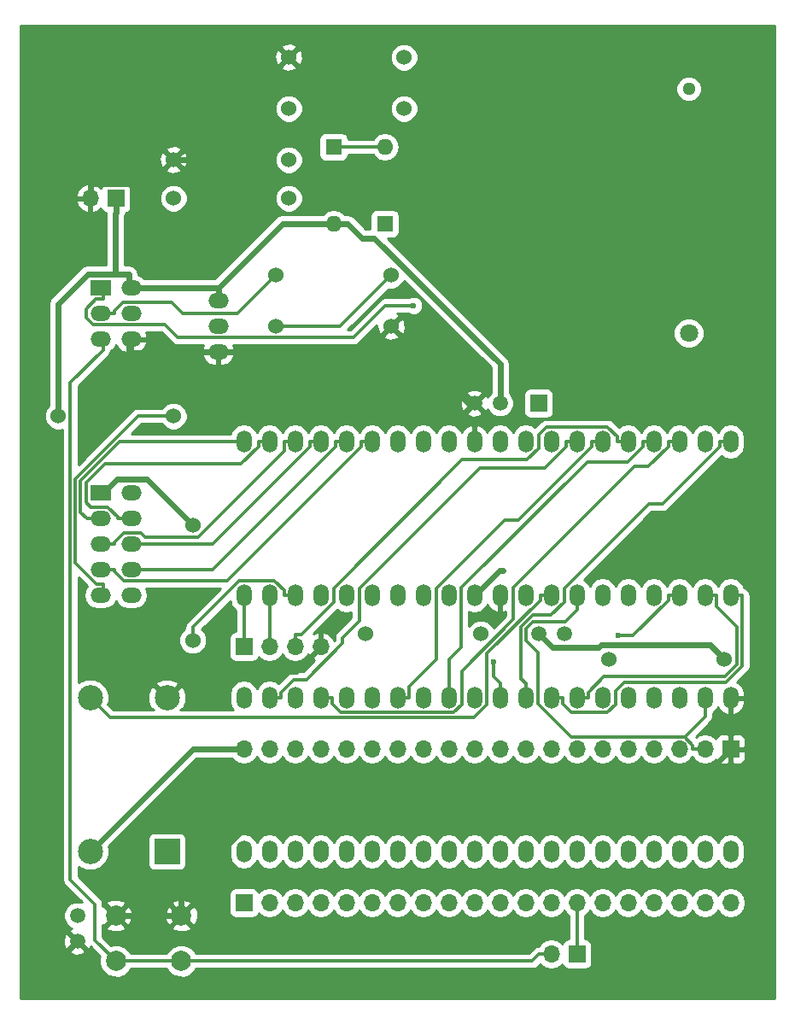
<source format=gbl>
G04 #@! TF.FileFunction,Copper,L2,Bot,Signal*
%FSLAX46Y46*%
G04 Gerber Fmt 4.6, Leading zero omitted, Abs format (unit mm)*
G04 Created by KiCad (PCBNEW 4.0.7-e2-6376~60~ubuntu17.10.1) date Sun May  6 20:40:39 2018*
%MOMM*%
%LPD*%
G01*
G04 APERTURE LIST*
%ADD10C,0.100000*%
%ADD11C,1.501140*%
%ADD12C,1.300480*%
%ADD13C,1.800860*%
%ADD14R,1.600000X1.600000*%
%ADD15O,1.600000X1.600000*%
%ADD16O,1.501140X2.199640*%
%ADD17R,2.000000X1.500000*%
%ADD18O,2.000000X1.500000*%
%ADD19R,1.700000X1.700000*%
%ADD20O,1.700000X1.700000*%
%ADD21C,1.524000*%
%ADD22O,1.998980X1.501140*%
%ADD23C,2.000000*%
%ADD24R,2.500000X2.500000*%
%ADD25C,2.500000*%
%ADD26C,0.600000*%
%ADD27C,0.300000*%
%ADD28C,0.600000*%
%ADD29C,0.254000*%
G04 APERTURE END LIST*
D10*
D11*
X160020000Y-102870000D03*
X162560000Y-102870000D03*
X156210000Y-80010000D03*
X153670000Y-80010000D03*
X114300000Y-130810000D03*
X114300000Y-133350000D03*
D12*
X174924720Y-48859440D03*
D13*
X174924720Y-73060560D03*
D14*
X144780000Y-62230000D03*
D15*
X144780000Y-54610000D03*
D14*
X139700000Y-54610000D03*
D15*
X139700000Y-62230000D03*
D16*
X130810000Y-99060000D03*
X133350000Y-99060000D03*
X135890000Y-99060000D03*
X138430000Y-99060000D03*
X140970000Y-99060000D03*
X143510000Y-99060000D03*
X146050000Y-99060000D03*
X148590000Y-99060000D03*
X151130000Y-99060000D03*
X153670000Y-99060000D03*
X156210000Y-99060000D03*
X158750000Y-99060000D03*
X161290000Y-99060000D03*
X163830000Y-99060000D03*
X166370000Y-99060000D03*
X168910000Y-99060000D03*
X171450000Y-99060000D03*
X173990000Y-99060000D03*
X176530000Y-99060000D03*
X179070000Y-99060000D03*
X179070000Y-83820000D03*
X176530000Y-83820000D03*
X173990000Y-83820000D03*
X171450000Y-83820000D03*
X168910000Y-83820000D03*
X166370000Y-83820000D03*
X163830000Y-83820000D03*
X161290000Y-83820000D03*
X158750000Y-83820000D03*
X156210000Y-83820000D03*
X153670000Y-83820000D03*
X151130000Y-83820000D03*
X148590000Y-83820000D03*
X146050000Y-83820000D03*
X143510000Y-83820000D03*
X140970000Y-83820000D03*
X138430000Y-83820000D03*
X135890000Y-83820000D03*
X133350000Y-83820000D03*
X130810000Y-83820000D03*
D17*
X116590000Y-68580000D03*
D18*
X119630000Y-68580000D03*
X116590000Y-71120000D03*
X119630000Y-71120000D03*
X116590000Y-73660000D03*
X119630000Y-73660000D03*
D19*
X130810000Y-104140000D03*
D20*
X133350000Y-104140000D03*
X135890000Y-104140000D03*
X138430000Y-104140000D03*
D19*
X118110000Y-59690000D03*
D20*
X115570000Y-59690000D03*
D19*
X163830000Y-134620000D03*
D20*
X161290000Y-134620000D03*
D19*
X160020000Y-80010000D03*
D18*
X116590000Y-99060000D03*
X119630000Y-99060000D03*
X119630000Y-96520000D03*
X116590000Y-96520000D03*
D17*
X116590000Y-88900000D03*
D18*
X119630000Y-88900000D03*
X116590000Y-91440000D03*
X119630000Y-91440000D03*
X116590000Y-93980000D03*
X119630000Y-93980000D03*
D19*
X179070000Y-114300000D03*
D20*
X176530000Y-114300000D03*
X173990000Y-114300000D03*
X171450000Y-114300000D03*
X168910000Y-114300000D03*
X166370000Y-114300000D03*
X163830000Y-114300000D03*
X161290000Y-114300000D03*
X158750000Y-114300000D03*
X156210000Y-114300000D03*
X153670000Y-114300000D03*
X151130000Y-114300000D03*
X148590000Y-114300000D03*
X146050000Y-114300000D03*
X143510000Y-114300000D03*
X140970000Y-114300000D03*
X138430000Y-114300000D03*
X135890000Y-114300000D03*
X133350000Y-114300000D03*
X130810000Y-114300000D03*
D16*
X179070000Y-109220000D03*
X176530000Y-109220000D03*
X173990000Y-109220000D03*
X171450000Y-109220000D03*
X168910000Y-109220000D03*
X166370000Y-109220000D03*
X163830000Y-109220000D03*
X161290000Y-109220000D03*
X158750000Y-109220000D03*
X156210000Y-109220000D03*
X153670000Y-109220000D03*
X151130000Y-109220000D03*
X148590000Y-109220000D03*
X146050000Y-109220000D03*
X143510000Y-109220000D03*
X140970000Y-109220000D03*
X138430000Y-109220000D03*
X135890000Y-109220000D03*
X133350000Y-109220000D03*
X130810000Y-109220000D03*
X130810000Y-124460000D03*
X133350000Y-124460000D03*
X135890000Y-124460000D03*
X138430000Y-124460000D03*
X140970000Y-124460000D03*
X143510000Y-124460000D03*
X146050000Y-124460000D03*
X148590000Y-124460000D03*
X151130000Y-124460000D03*
X153670000Y-124460000D03*
X156210000Y-124460000D03*
X158750000Y-124460000D03*
X161290000Y-124460000D03*
X163830000Y-124460000D03*
X166370000Y-124460000D03*
X168910000Y-124460000D03*
X171450000Y-124460000D03*
X173990000Y-124460000D03*
X176530000Y-124460000D03*
X179070000Y-124460000D03*
D19*
X130810000Y-129540000D03*
D20*
X133350000Y-129540000D03*
X135890000Y-129540000D03*
X138430000Y-129540000D03*
X140970000Y-129540000D03*
X143510000Y-129540000D03*
X146050000Y-129540000D03*
X148590000Y-129540000D03*
X151130000Y-129540000D03*
X153670000Y-129540000D03*
X156210000Y-129540000D03*
X158750000Y-129540000D03*
X161290000Y-129540000D03*
X163830000Y-129540000D03*
X166370000Y-129540000D03*
X168910000Y-129540000D03*
X171450000Y-129540000D03*
X173990000Y-129540000D03*
X176530000Y-129540000D03*
X179070000Y-129540000D03*
D21*
X167005000Y-105410000D03*
X178435000Y-105410000D03*
X135255000Y-45720000D03*
X146685000Y-45720000D03*
X123825000Y-55880000D03*
X135255000Y-55880000D03*
X145415000Y-72390000D03*
X133985000Y-72390000D03*
X125730000Y-92075000D03*
X125730000Y-103505000D03*
X154305000Y-102870000D03*
X142875000Y-102870000D03*
X146685000Y-50800000D03*
X135255000Y-50800000D03*
X135255000Y-59690000D03*
X123825000Y-59690000D03*
X145415000Y-67310000D03*
X133985000Y-67310000D03*
X123825000Y-81280000D03*
X112395000Y-81280000D03*
D22*
X128270000Y-69850000D03*
X128270000Y-72390000D03*
X128270000Y-74930000D03*
D23*
X118110000Y-135310000D03*
X118110000Y-130810000D03*
X124610000Y-135310000D03*
X124610000Y-130810000D03*
D24*
X123190000Y-124460000D03*
D25*
X115570000Y-124460000D03*
X115570000Y-109220000D03*
X123190000Y-109220000D03*
D26*
X147636600Y-70328700D03*
X167887500Y-103072100D03*
X155582600Y-105632500D03*
X156494500Y-96601700D03*
D27*
X140335000Y-72390000D02*
X133985000Y-72390000D01*
X145415000Y-67310000D02*
X140335000Y-72390000D01*
X144831400Y-70328700D02*
X147636600Y-70328700D01*
X141657700Y-73502400D02*
X144831400Y-70328700D01*
X124257500Y-73502400D02*
X141657700Y-73502400D01*
X122975500Y-72220400D02*
X124257500Y-73502400D01*
X115844200Y-72220400D02*
X122975500Y-72220400D01*
X115178900Y-71555100D02*
X115844200Y-72220400D01*
X115178900Y-70653700D02*
X115178900Y-71555100D01*
X116152300Y-69680300D02*
X115178900Y-70653700D01*
X116840000Y-69680300D02*
X116152300Y-69680300D01*
X116840000Y-68580000D02*
X116840000Y-69680300D01*
X139700000Y-54610000D02*
X144780000Y-54610000D01*
X130810000Y-104140000D02*
X130810000Y-99060000D01*
X133350000Y-104140000D02*
X133350000Y-99060000D01*
X134789100Y-98556600D02*
X134789100Y-99060000D01*
X133841900Y-97609400D02*
X134789100Y-98556600D01*
X130347600Y-97609400D02*
X133841900Y-97609400D01*
X125730000Y-102227000D02*
X130347600Y-97609400D01*
X125730000Y-103505000D02*
X125730000Y-102227000D01*
X135890000Y-99060000D02*
X134789100Y-99060000D01*
X117940300Y-70892000D02*
X117940300Y-71120000D01*
X118838100Y-69994200D02*
X117940300Y-70892000D01*
X123629200Y-69994200D02*
X118838100Y-69994200D01*
X124731100Y-71096100D02*
X123629200Y-69994200D01*
X130198900Y-71096100D02*
X124731100Y-71096100D01*
X133985000Y-67310000D02*
X130198900Y-71096100D01*
X116840000Y-71120000D02*
X117940300Y-71120000D01*
X159399700Y-135310000D02*
X160089700Y-134620000D01*
X124610000Y-135310000D02*
X159399700Y-135310000D01*
X161290000Y-134620000D02*
X160089700Y-134620000D01*
X116840000Y-73660000D02*
X116840000Y-74760300D01*
X118110000Y-135310000D02*
X124610000Y-135310000D01*
X113607400Y-77992900D02*
X116840000Y-74760300D01*
X113607400Y-127257700D02*
X113607400Y-77992900D01*
X116028700Y-129679000D02*
X113607400Y-127257700D01*
X116028700Y-133228700D02*
X116028700Y-129679000D01*
X118110000Y-135310000D02*
X116028700Y-133228700D01*
X161290000Y-99060000D02*
X160189100Y-99060000D01*
X117527100Y-111177100D02*
X115570000Y-109220000D01*
X153661900Y-111177100D02*
X117527100Y-111177100D01*
X154932300Y-109906700D02*
X153661900Y-111177100D01*
X154932300Y-104784000D02*
X154932300Y-109906700D01*
X160189100Y-99527200D02*
X154932300Y-104784000D01*
X160189100Y-99060000D02*
X160189100Y-99527200D01*
X176530000Y-114300000D02*
X175329700Y-114300000D01*
X163830000Y-99060000D02*
X163830000Y-100510200D01*
X176530000Y-111074300D02*
X174504600Y-113099700D01*
X176530000Y-109220000D02*
X176530000Y-111074300D01*
X175329700Y-113924800D02*
X174504600Y-113099700D01*
X175329700Y-114300000D02*
X175329700Y-113924800D01*
X162671200Y-101669000D02*
X163830000Y-100510200D01*
X159501300Y-101669000D02*
X162671200Y-101669000D01*
X158794400Y-102375900D02*
X159501300Y-101669000D01*
X158794400Y-103545800D02*
X158794400Y-102375900D01*
X159968900Y-104720300D02*
X158794400Y-103545800D01*
X159968900Y-109820200D02*
X159968900Y-104720300D01*
X163248400Y-113099700D02*
X159968900Y-109820200D01*
X174504600Y-113099700D02*
X163248400Y-113099700D01*
X173990000Y-99060000D02*
X172889100Y-99060000D01*
X167887500Y-103072000D02*
X167887500Y-103072100D01*
X169380500Y-103072000D02*
X167887500Y-103072000D01*
X172889100Y-99563400D02*
X169380500Y-103072000D01*
X172889100Y-99060000D02*
X172889100Y-99563400D01*
X177630900Y-100160900D02*
X177630900Y-99060000D01*
X179673900Y-102203900D02*
X177630900Y-100160900D01*
X179673900Y-105924700D02*
X179673900Y-102203900D01*
X178525800Y-107072800D02*
X179673900Y-105924700D01*
X166527600Y-107072800D02*
X178525800Y-107072800D01*
X164930900Y-108669500D02*
X166527600Y-107072800D01*
X164930900Y-109220000D02*
X164930900Y-108669500D01*
X163830000Y-109220000D02*
X164930900Y-109220000D01*
X176530000Y-99060000D02*
X177630900Y-99060000D01*
X180233000Y-99122100D02*
X180170900Y-99060000D01*
X180233000Y-106073300D02*
X180233000Y-99122100D01*
X178636600Y-107669700D02*
X180233000Y-106073300D01*
X168539400Y-107669700D02*
X178636600Y-107669700D01*
X167640000Y-108569100D02*
X168539400Y-107669700D01*
X167640000Y-109901600D02*
X167640000Y-108569100D01*
X166864600Y-110677000D02*
X167640000Y-109901600D01*
X163297400Y-110677000D02*
X166864600Y-110677000D01*
X162390900Y-109770500D02*
X163297400Y-110677000D01*
X162390900Y-109220000D02*
X162390900Y-109770500D01*
X161290000Y-109220000D02*
X162390900Y-109220000D01*
X179070000Y-99060000D02*
X180170900Y-99060000D01*
X179070000Y-83820000D02*
X177969100Y-83820000D01*
X158750000Y-109220000D02*
X158750000Y-107769800D01*
X177969100Y-84323400D02*
X177969100Y-83820000D01*
X172291500Y-90001000D02*
X177969100Y-84323400D01*
X170942400Y-90001000D02*
X172291500Y-90001000D01*
X162560000Y-98383400D02*
X170942400Y-90001000D01*
X162560000Y-99714300D02*
X162560000Y-98383400D01*
X161280800Y-100993500D02*
X162560000Y-99714300D01*
X159469100Y-100993500D02*
X161280800Y-100993500D01*
X158294000Y-102168600D02*
X159469100Y-100993500D01*
X158294000Y-107313800D02*
X158294000Y-102168600D01*
X158750000Y-107769800D02*
X158294000Y-107313800D01*
X138430000Y-109220000D02*
X139530900Y-109220000D01*
X173990000Y-83820000D02*
X172889100Y-83820000D01*
X139530900Y-109770400D02*
X139530900Y-109220000D01*
X140435000Y-110674500D02*
X139530900Y-109770400D01*
X151616400Y-110674500D02*
X140435000Y-110674500D01*
X152400000Y-109890900D02*
X151616400Y-110674500D01*
X152400000Y-106584300D02*
X152400000Y-109890900D01*
X157550700Y-101433600D02*
X152400000Y-106584300D01*
X157550700Y-98278500D02*
X157550700Y-101433600D01*
X169518600Y-86310600D02*
X157550700Y-98278500D01*
X170901900Y-86310600D02*
X169518600Y-86310600D01*
X172889100Y-84323400D02*
X170901900Y-86310600D01*
X172889100Y-83820000D02*
X172889100Y-84323400D01*
X170349100Y-84323400D02*
X170349100Y-83820000D01*
X168862300Y-85810200D02*
X170349100Y-84323400D01*
X164856000Y-85810200D02*
X168862300Y-85810200D01*
X152329300Y-98336900D02*
X164856000Y-85810200D01*
X152329300Y-104207000D02*
X152329300Y-98336900D01*
X151130000Y-105406300D02*
X152329300Y-104207000D01*
X151130000Y-109220000D02*
X151130000Y-105406300D01*
X171450000Y-83820000D02*
X170349100Y-83820000D01*
X167809100Y-83316600D02*
X167809100Y-83820000D01*
X166856300Y-82363800D02*
X167809100Y-83316600D01*
X160826500Y-82363800D02*
X166856300Y-82363800D01*
X160020000Y-83170300D02*
X160826500Y-82363800D01*
X160020000Y-84491100D02*
X160020000Y-83170300D01*
X158901300Y-85609800D02*
X160020000Y-84491100D01*
X152466800Y-85609800D02*
X158901300Y-85609800D01*
X139700000Y-98376600D02*
X152466800Y-85609800D01*
X139700000Y-99729800D02*
X139700000Y-98376600D01*
X136490100Y-102939700D02*
X139700000Y-99729800D01*
X135890000Y-102939700D02*
X136490100Y-102939700D01*
X135890000Y-104140000D02*
X135890000Y-102939700D01*
X168910000Y-83820000D02*
X167809100Y-83820000D01*
X165269100Y-84311800D02*
X165269100Y-83820000D01*
X157990200Y-91590700D02*
X165269100Y-84311800D01*
X156636600Y-91590700D02*
X157990200Y-91590700D01*
X149860000Y-98367300D02*
X156636600Y-91590700D01*
X149860000Y-105410000D02*
X149860000Y-98367300D01*
X147150900Y-108119100D02*
X149860000Y-105410000D01*
X147150900Y-109220000D02*
X147150900Y-108119100D01*
X146050000Y-109220000D02*
X147150900Y-109220000D01*
X166370000Y-83820000D02*
X165269100Y-83820000D01*
X133350000Y-109220000D02*
X134450900Y-109220000D01*
X163830000Y-83820000D02*
X162729100Y-83820000D01*
X162729100Y-84323400D02*
X162729100Y-83820000D01*
X160618800Y-86433700D02*
X162729100Y-84323400D01*
X154201000Y-86433700D02*
X160618800Y-86433700D01*
X142240200Y-98394500D02*
X154201000Y-86433700D01*
X142240200Y-101588400D02*
X142240200Y-98394500D01*
X140569500Y-103259100D02*
X142240200Y-101588400D01*
X140569500Y-103839600D02*
X140569500Y-103259100D01*
X137008100Y-107401000D02*
X140569500Y-103839600D01*
X135719500Y-107401000D02*
X137008100Y-107401000D01*
X134450900Y-108669600D02*
X135719500Y-107401000D01*
X134450900Y-109220000D02*
X134450900Y-108669600D01*
X155582600Y-107142400D02*
X155582600Y-105632500D01*
X156210000Y-107769800D02*
X155582600Y-107142400D01*
X156210000Y-109220000D02*
X156210000Y-107769800D01*
X142409100Y-84323400D02*
X142409100Y-83820000D01*
X129112100Y-97620400D02*
X142409100Y-84323400D01*
X118903200Y-97620400D02*
X129112100Y-97620400D01*
X117940300Y-96657500D02*
X118903200Y-97620400D01*
X117940300Y-96520000D02*
X117940300Y-96657500D01*
X116840000Y-96520000D02*
X117940300Y-96520000D01*
X143510000Y-83820000D02*
X142409100Y-83820000D01*
X140970000Y-83820000D02*
X139869100Y-83820000D01*
X127672500Y-96520000D02*
X119380000Y-96520000D01*
X139869100Y-84323400D02*
X127672500Y-96520000D01*
X139869100Y-83820000D02*
X139869100Y-84323400D01*
X137329100Y-84323400D02*
X137329100Y-83820000D01*
X127672500Y-93980000D02*
X137329100Y-84323400D01*
X119380000Y-93980000D02*
X127672500Y-93980000D01*
X138430000Y-83820000D02*
X137329100Y-83820000D01*
X134789100Y-84773200D02*
X134789100Y-83820000D01*
X126236900Y-93325400D02*
X134789100Y-84773200D01*
X121018400Y-93325400D02*
X126236900Y-93325400D01*
X120571900Y-92878900D02*
X121018400Y-93325400D01*
X118903900Y-92878900D02*
X120571900Y-92878900D01*
X117940300Y-93842500D02*
X118903900Y-92878900D01*
X117940300Y-93980000D02*
X117940300Y-93842500D01*
X116840000Y-93980000D02*
X117940300Y-93980000D01*
X135890000Y-83820000D02*
X134789100Y-83820000D01*
X119380000Y-91440000D02*
X118279700Y-91440000D01*
X133350000Y-83820000D02*
X132249100Y-83820000D01*
X132249100Y-84323400D02*
X132249100Y-83820000D01*
X130537700Y-86034800D02*
X132249100Y-84323400D01*
X117007100Y-86034800D02*
X130537700Y-86034800D01*
X115139600Y-87902300D02*
X117007100Y-86034800D01*
X115139600Y-89840200D02*
X115139600Y-87902300D01*
X115639100Y-90339700D02*
X115139600Y-89840200D01*
X117317100Y-90339700D02*
X115639100Y-90339700D01*
X118279700Y-91302300D02*
X117317100Y-90339700D01*
X118279700Y-91440000D02*
X118279700Y-91302300D01*
X116840000Y-91440000D02*
X115239700Y-91440000D01*
X118514200Y-83820000D02*
X130810000Y-83820000D01*
X114623100Y-87711100D02*
X118514200Y-83820000D01*
X114623100Y-90823400D02*
X114623100Y-87711100D01*
X115239700Y-91440000D02*
X114623100Y-90823400D01*
X163830000Y-134620000D02*
X163830000Y-129540000D01*
X116212600Y-97959700D02*
X116840000Y-97959700D01*
X114107800Y-95854900D02*
X116212600Y-97959700D01*
X114107800Y-87502000D02*
X114107800Y-95854900D01*
X120329800Y-81280000D02*
X114107800Y-87502000D01*
X123825000Y-81280000D02*
X120329800Y-81280000D01*
X116840000Y-99060000D02*
X116840000Y-97959700D01*
D28*
X119380000Y-68580000D02*
X121230300Y-68580000D01*
X128270000Y-69850000D02*
X128270000Y-69096600D01*
X128270000Y-68580000D02*
X121230300Y-68580000D01*
X128270000Y-69096600D02*
X128270000Y-68580000D01*
X125730000Y-114300000D02*
X115570000Y-124460000D01*
X130810000Y-114300000D02*
X125730000Y-114300000D01*
X118221900Y-87518100D02*
X116840000Y-88900000D01*
X121173100Y-87518100D02*
X118221900Y-87518100D01*
X125730000Y-92075000D02*
X121173100Y-87518100D01*
X177033800Y-104008800D02*
X178435000Y-105410000D01*
X166202100Y-104008800D02*
X177033800Y-104008800D01*
X165966000Y-104244900D02*
X166202100Y-104008800D01*
X161394900Y-104244900D02*
X165966000Y-104244900D01*
X160020000Y-102870000D02*
X161394900Y-104244900D01*
X134620000Y-62230000D02*
X128270000Y-68580000D01*
X139700000Y-62230000D02*
X134620000Y-62230000D01*
X156210000Y-76102100D02*
X156210000Y-80010000D01*
X143738200Y-63630300D02*
X156210000Y-76102100D01*
X142500600Y-63630300D02*
X143738200Y-63630300D01*
X141100300Y-62230000D02*
X142500600Y-63630300D01*
X139700000Y-62230000D02*
X141100300Y-62230000D01*
X156128300Y-96601700D02*
X153670000Y-99060000D01*
X156494500Y-96601700D02*
X156128300Y-96601700D01*
X118029600Y-61220700D02*
X118110000Y-61140300D01*
X118029600Y-67229600D02*
X118029600Y-61220700D01*
X115326800Y-67229600D02*
X118029600Y-67229600D01*
X112395000Y-70161400D02*
X115326800Y-67229600D01*
X112395000Y-81280000D02*
X112395000Y-70161400D01*
X118029700Y-67229700D02*
X119380000Y-67229700D01*
X118029600Y-67229600D02*
X118029700Y-67229700D01*
X119380000Y-68580000D02*
X119380000Y-67229700D01*
X118110000Y-59690000D02*
X118110000Y-61140300D01*
X135994300Y-106575700D02*
X138430000Y-104140000D01*
X125834300Y-106575700D02*
X135994300Y-106575700D01*
X123190000Y-109220000D02*
X125834300Y-106575700D01*
X125095000Y-55880000D02*
X123825000Y-55880000D01*
X135255000Y-45720000D02*
X125095000Y-55880000D01*
X121465300Y-58239700D02*
X123825000Y-55880000D01*
X115570000Y-58239700D02*
X121465300Y-58239700D01*
X115570000Y-59690000D02*
X115570000Y-58239700D01*
X142875000Y-74930000D02*
X145415000Y-72390000D01*
X128270000Y-74930000D02*
X142875000Y-74930000D01*
X153035000Y-80010000D02*
X153670000Y-80010000D01*
X145415000Y-72390000D02*
X153035000Y-80010000D01*
X126589800Y-75010300D02*
X126670100Y-74930000D01*
X119380000Y-75010300D02*
X126589800Y-75010300D01*
X119380000Y-73660000D02*
X119380000Y-75010300D01*
X128270000Y-74930000D02*
X126670100Y-74930000D01*
X118110000Y-130810000D02*
X124610000Y-130810000D01*
X175183900Y-118186100D02*
X179070000Y-114300000D01*
X134824000Y-118186100D02*
X175183900Y-118186100D01*
X124610000Y-128400100D02*
X134824000Y-118186100D01*
X124610000Y-130810000D02*
X124610000Y-128400100D01*
D29*
G36*
X183465000Y-139015000D02*
X108635000Y-139015000D01*
X108635000Y-134321930D01*
X113507675Y-134321930D01*
X113575735Y-134562931D01*
X114095034Y-134747767D01*
X114645538Y-134719805D01*
X115024265Y-134562931D01*
X115092325Y-134321930D01*
X114300000Y-133529605D01*
X113507675Y-134321930D01*
X108635000Y-134321930D01*
X108635000Y-133145034D01*
X112902233Y-133145034D01*
X112930195Y-133695538D01*
X113087069Y-134074265D01*
X113328070Y-134142325D01*
X114120395Y-133350000D01*
X113328070Y-132557675D01*
X113087069Y-132625735D01*
X112902233Y-133145034D01*
X108635000Y-133145034D01*
X108635000Y-81556661D01*
X110997758Y-81556661D01*
X111209990Y-82070303D01*
X111602630Y-82463629D01*
X112115900Y-82676757D01*
X112671661Y-82677242D01*
X112822400Y-82614958D01*
X112822400Y-127257700D01*
X112882155Y-127558107D01*
X113052321Y-127812779D01*
X114726273Y-129486731D01*
X114576816Y-129424671D01*
X114025602Y-129424190D01*
X113516163Y-129634686D01*
X113126056Y-130024113D01*
X112914671Y-130533184D01*
X112914190Y-131084398D01*
X113124686Y-131593837D01*
X113514113Y-131983944D01*
X113729496Y-132073379D01*
X113575735Y-132137069D01*
X113507675Y-132378070D01*
X114300000Y-133170395D01*
X114314143Y-133156253D01*
X114493748Y-133335858D01*
X114479605Y-133350000D01*
X115271930Y-134142325D01*
X115512931Y-134074265D01*
X115578865Y-133889023D01*
X116533352Y-134843510D01*
X116475284Y-134983352D01*
X116474716Y-135633795D01*
X116723106Y-136234943D01*
X117182637Y-136695278D01*
X117783352Y-136944716D01*
X118433795Y-136945284D01*
X119034943Y-136696894D01*
X119495278Y-136237363D01*
X119554392Y-136095000D01*
X123165283Y-136095000D01*
X123223106Y-136234943D01*
X123682637Y-136695278D01*
X124283352Y-136944716D01*
X124933795Y-136945284D01*
X125534943Y-136696894D01*
X125995278Y-136237363D01*
X126054392Y-136095000D01*
X159399700Y-136095000D01*
X159700107Y-136035245D01*
X159954779Y-135865079D01*
X160192187Y-135627671D01*
X160239946Y-135699147D01*
X160721715Y-136021054D01*
X161290000Y-136134093D01*
X161858285Y-136021054D01*
X162340054Y-135699147D01*
X162367850Y-135657548D01*
X162376838Y-135705317D01*
X162515910Y-135921441D01*
X162728110Y-136066431D01*
X162980000Y-136117440D01*
X164680000Y-136117440D01*
X164915317Y-136073162D01*
X165131441Y-135934090D01*
X165276431Y-135721890D01*
X165327440Y-135470000D01*
X165327440Y-133770000D01*
X165283162Y-133534683D01*
X165144090Y-133318559D01*
X164931890Y-133173569D01*
X164680000Y-133122560D01*
X164615000Y-133122560D01*
X164615000Y-130796250D01*
X164880054Y-130619147D01*
X165100000Y-130289974D01*
X165319946Y-130619147D01*
X165801715Y-130941054D01*
X166370000Y-131054093D01*
X166938285Y-130941054D01*
X167420054Y-130619147D01*
X167640000Y-130289974D01*
X167859946Y-130619147D01*
X168341715Y-130941054D01*
X168910000Y-131054093D01*
X169478285Y-130941054D01*
X169960054Y-130619147D01*
X170180000Y-130289974D01*
X170399946Y-130619147D01*
X170881715Y-130941054D01*
X171450000Y-131054093D01*
X172018285Y-130941054D01*
X172500054Y-130619147D01*
X172720000Y-130289974D01*
X172939946Y-130619147D01*
X173421715Y-130941054D01*
X173990000Y-131054093D01*
X174558285Y-130941054D01*
X175040054Y-130619147D01*
X175260000Y-130289974D01*
X175479946Y-130619147D01*
X175961715Y-130941054D01*
X176530000Y-131054093D01*
X177098285Y-130941054D01*
X177580054Y-130619147D01*
X177800000Y-130289974D01*
X178019946Y-130619147D01*
X178501715Y-130941054D01*
X179070000Y-131054093D01*
X179638285Y-130941054D01*
X180120054Y-130619147D01*
X180441961Y-130137378D01*
X180555000Y-129569093D01*
X180555000Y-129510907D01*
X180441961Y-128942622D01*
X180120054Y-128460853D01*
X179638285Y-128138946D01*
X179070000Y-128025907D01*
X178501715Y-128138946D01*
X178019946Y-128460853D01*
X177800000Y-128790026D01*
X177580054Y-128460853D01*
X177098285Y-128138946D01*
X176530000Y-128025907D01*
X175961715Y-128138946D01*
X175479946Y-128460853D01*
X175260000Y-128790026D01*
X175040054Y-128460853D01*
X174558285Y-128138946D01*
X173990000Y-128025907D01*
X173421715Y-128138946D01*
X172939946Y-128460853D01*
X172720000Y-128790026D01*
X172500054Y-128460853D01*
X172018285Y-128138946D01*
X171450000Y-128025907D01*
X170881715Y-128138946D01*
X170399946Y-128460853D01*
X170180000Y-128790026D01*
X169960054Y-128460853D01*
X169478285Y-128138946D01*
X168910000Y-128025907D01*
X168341715Y-128138946D01*
X167859946Y-128460853D01*
X167640000Y-128790026D01*
X167420054Y-128460853D01*
X166938285Y-128138946D01*
X166370000Y-128025907D01*
X165801715Y-128138946D01*
X165319946Y-128460853D01*
X165100000Y-128790026D01*
X164880054Y-128460853D01*
X164398285Y-128138946D01*
X163830000Y-128025907D01*
X163261715Y-128138946D01*
X162779946Y-128460853D01*
X162560000Y-128790026D01*
X162340054Y-128460853D01*
X161858285Y-128138946D01*
X161290000Y-128025907D01*
X160721715Y-128138946D01*
X160239946Y-128460853D01*
X160020000Y-128790026D01*
X159800054Y-128460853D01*
X159318285Y-128138946D01*
X158750000Y-128025907D01*
X158181715Y-128138946D01*
X157699946Y-128460853D01*
X157480000Y-128790026D01*
X157260054Y-128460853D01*
X156778285Y-128138946D01*
X156210000Y-128025907D01*
X155641715Y-128138946D01*
X155159946Y-128460853D01*
X154940000Y-128790026D01*
X154720054Y-128460853D01*
X154238285Y-128138946D01*
X153670000Y-128025907D01*
X153101715Y-128138946D01*
X152619946Y-128460853D01*
X152400000Y-128790026D01*
X152180054Y-128460853D01*
X151698285Y-128138946D01*
X151130000Y-128025907D01*
X150561715Y-128138946D01*
X150079946Y-128460853D01*
X149860000Y-128790026D01*
X149640054Y-128460853D01*
X149158285Y-128138946D01*
X148590000Y-128025907D01*
X148021715Y-128138946D01*
X147539946Y-128460853D01*
X147320000Y-128790026D01*
X147100054Y-128460853D01*
X146618285Y-128138946D01*
X146050000Y-128025907D01*
X145481715Y-128138946D01*
X144999946Y-128460853D01*
X144780000Y-128790026D01*
X144560054Y-128460853D01*
X144078285Y-128138946D01*
X143510000Y-128025907D01*
X142941715Y-128138946D01*
X142459946Y-128460853D01*
X142240000Y-128790026D01*
X142020054Y-128460853D01*
X141538285Y-128138946D01*
X140970000Y-128025907D01*
X140401715Y-128138946D01*
X139919946Y-128460853D01*
X139700000Y-128790026D01*
X139480054Y-128460853D01*
X138998285Y-128138946D01*
X138430000Y-128025907D01*
X137861715Y-128138946D01*
X137379946Y-128460853D01*
X137160000Y-128790026D01*
X136940054Y-128460853D01*
X136458285Y-128138946D01*
X135890000Y-128025907D01*
X135321715Y-128138946D01*
X134839946Y-128460853D01*
X134620000Y-128790026D01*
X134400054Y-128460853D01*
X133918285Y-128138946D01*
X133350000Y-128025907D01*
X132781715Y-128138946D01*
X132299946Y-128460853D01*
X132272150Y-128502452D01*
X132263162Y-128454683D01*
X132124090Y-128238559D01*
X131911890Y-128093569D01*
X131660000Y-128042560D01*
X129960000Y-128042560D01*
X129724683Y-128086838D01*
X129508559Y-128225910D01*
X129363569Y-128438110D01*
X129312560Y-128690000D01*
X129312560Y-130390000D01*
X129356838Y-130625317D01*
X129495910Y-130841441D01*
X129708110Y-130986431D01*
X129960000Y-131037440D01*
X131660000Y-131037440D01*
X131895317Y-130993162D01*
X132111441Y-130854090D01*
X132256431Y-130641890D01*
X132270086Y-130574459D01*
X132299946Y-130619147D01*
X132781715Y-130941054D01*
X133350000Y-131054093D01*
X133918285Y-130941054D01*
X134400054Y-130619147D01*
X134620000Y-130289974D01*
X134839946Y-130619147D01*
X135321715Y-130941054D01*
X135890000Y-131054093D01*
X136458285Y-130941054D01*
X136940054Y-130619147D01*
X137160000Y-130289974D01*
X137379946Y-130619147D01*
X137861715Y-130941054D01*
X138430000Y-131054093D01*
X138998285Y-130941054D01*
X139480054Y-130619147D01*
X139700000Y-130289974D01*
X139919946Y-130619147D01*
X140401715Y-130941054D01*
X140970000Y-131054093D01*
X141538285Y-130941054D01*
X142020054Y-130619147D01*
X142240000Y-130289974D01*
X142459946Y-130619147D01*
X142941715Y-130941054D01*
X143510000Y-131054093D01*
X144078285Y-130941054D01*
X144560054Y-130619147D01*
X144780000Y-130289974D01*
X144999946Y-130619147D01*
X145481715Y-130941054D01*
X146050000Y-131054093D01*
X146618285Y-130941054D01*
X147100054Y-130619147D01*
X147320000Y-130289974D01*
X147539946Y-130619147D01*
X148021715Y-130941054D01*
X148590000Y-131054093D01*
X149158285Y-130941054D01*
X149640054Y-130619147D01*
X149860000Y-130289974D01*
X150079946Y-130619147D01*
X150561715Y-130941054D01*
X151130000Y-131054093D01*
X151698285Y-130941054D01*
X152180054Y-130619147D01*
X152400000Y-130289974D01*
X152619946Y-130619147D01*
X153101715Y-130941054D01*
X153670000Y-131054093D01*
X154238285Y-130941054D01*
X154720054Y-130619147D01*
X154940000Y-130289974D01*
X155159946Y-130619147D01*
X155641715Y-130941054D01*
X156210000Y-131054093D01*
X156778285Y-130941054D01*
X157260054Y-130619147D01*
X157480000Y-130289974D01*
X157699946Y-130619147D01*
X158181715Y-130941054D01*
X158750000Y-131054093D01*
X159318285Y-130941054D01*
X159800054Y-130619147D01*
X160020000Y-130289974D01*
X160239946Y-130619147D01*
X160721715Y-130941054D01*
X161290000Y-131054093D01*
X161858285Y-130941054D01*
X162340054Y-130619147D01*
X162560000Y-130289974D01*
X162779946Y-130619147D01*
X163045000Y-130796250D01*
X163045000Y-133122560D01*
X162980000Y-133122560D01*
X162744683Y-133166838D01*
X162528559Y-133305910D01*
X162383569Y-133518110D01*
X162369914Y-133585541D01*
X162340054Y-133540853D01*
X161858285Y-133218946D01*
X161290000Y-133105907D01*
X160721715Y-133218946D01*
X160239946Y-133540853D01*
X160036307Y-133845621D01*
X159789293Y-133894755D01*
X159534621Y-134064921D01*
X159074542Y-134525000D01*
X126054717Y-134525000D01*
X125996894Y-134385057D01*
X125537363Y-133924722D01*
X124936648Y-133675284D01*
X124286205Y-133674716D01*
X123685057Y-133923106D01*
X123224722Y-134382637D01*
X123165608Y-134525000D01*
X119554717Y-134525000D01*
X119496894Y-134385057D01*
X119037363Y-133924722D01*
X118436648Y-133675284D01*
X117786205Y-133674716D01*
X117643740Y-133733582D01*
X116813700Y-132903542D01*
X116813700Y-131962532D01*
X117137073Y-131962532D01*
X117235736Y-132229387D01*
X117845461Y-132455908D01*
X118495460Y-132431856D01*
X118984264Y-132229387D01*
X119082927Y-131962532D01*
X123637073Y-131962532D01*
X123735736Y-132229387D01*
X124345461Y-132455908D01*
X124995460Y-132431856D01*
X125484264Y-132229387D01*
X125582927Y-131962532D01*
X124610000Y-130989605D01*
X123637073Y-131962532D01*
X119082927Y-131962532D01*
X118110000Y-130989605D01*
X117137073Y-131962532D01*
X116813700Y-131962532D01*
X116813700Y-131729772D01*
X116957468Y-131782927D01*
X117930395Y-130810000D01*
X118289605Y-130810000D01*
X119262532Y-131782927D01*
X119529387Y-131684264D01*
X119755908Y-131074539D01*
X119736331Y-130545461D01*
X122964092Y-130545461D01*
X122988144Y-131195460D01*
X123190613Y-131684264D01*
X123457468Y-131782927D01*
X124430395Y-130810000D01*
X124789605Y-130810000D01*
X125762532Y-131782927D01*
X126029387Y-131684264D01*
X126255908Y-131074539D01*
X126231856Y-130424540D01*
X126029387Y-129935736D01*
X125762532Y-129837073D01*
X124789605Y-130810000D01*
X124430395Y-130810000D01*
X123457468Y-129837073D01*
X123190613Y-129935736D01*
X122964092Y-130545461D01*
X119736331Y-130545461D01*
X119731856Y-130424540D01*
X119529387Y-129935736D01*
X119262532Y-129837073D01*
X118289605Y-130810000D01*
X117930395Y-130810000D01*
X116957468Y-129837073D01*
X116813700Y-129890228D01*
X116813700Y-129679000D01*
X116809417Y-129657468D01*
X117137073Y-129657468D01*
X118110000Y-130630395D01*
X119082927Y-129657468D01*
X123637073Y-129657468D01*
X124610000Y-130630395D01*
X125582927Y-129657468D01*
X125484264Y-129390613D01*
X124874539Y-129164092D01*
X124224540Y-129188144D01*
X123735736Y-129390613D01*
X123637073Y-129657468D01*
X119082927Y-129657468D01*
X118984264Y-129390613D01*
X118374539Y-129164092D01*
X117724540Y-129188144D01*
X117235736Y-129390613D01*
X117137073Y-129657468D01*
X116809417Y-129657468D01*
X116780264Y-129510907D01*
X116753945Y-129378593D01*
X116583779Y-129123921D01*
X114392400Y-126932542D01*
X114392400Y-125948465D01*
X114500839Y-126057093D01*
X115193405Y-126344672D01*
X115943305Y-126345326D01*
X116636372Y-126058957D01*
X117167093Y-125529161D01*
X117454672Y-124836595D01*
X117455326Y-124086695D01*
X117399852Y-123952438D01*
X118142290Y-123210000D01*
X121292560Y-123210000D01*
X121292560Y-125710000D01*
X121336838Y-125945317D01*
X121475910Y-126161441D01*
X121688110Y-126306431D01*
X121940000Y-126357440D01*
X124440000Y-126357440D01*
X124675317Y-126313162D01*
X124891441Y-126174090D01*
X125036431Y-125961890D01*
X125087440Y-125710000D01*
X125087440Y-124076763D01*
X129424430Y-124076763D01*
X129424430Y-124843237D01*
X129529900Y-125373472D01*
X129830254Y-125822983D01*
X130279765Y-126123337D01*
X130810000Y-126228807D01*
X131340235Y-126123337D01*
X131789746Y-125822983D01*
X132080000Y-125388588D01*
X132370254Y-125822983D01*
X132819765Y-126123337D01*
X133350000Y-126228807D01*
X133880235Y-126123337D01*
X134329746Y-125822983D01*
X134620000Y-125388588D01*
X134910254Y-125822983D01*
X135359765Y-126123337D01*
X135890000Y-126228807D01*
X136420235Y-126123337D01*
X136869746Y-125822983D01*
X137160000Y-125388588D01*
X137450254Y-125822983D01*
X137899765Y-126123337D01*
X138430000Y-126228807D01*
X138960235Y-126123337D01*
X139409746Y-125822983D01*
X139700000Y-125388588D01*
X139990254Y-125822983D01*
X140439765Y-126123337D01*
X140970000Y-126228807D01*
X141500235Y-126123337D01*
X141949746Y-125822983D01*
X142240000Y-125388588D01*
X142530254Y-125822983D01*
X142979765Y-126123337D01*
X143510000Y-126228807D01*
X144040235Y-126123337D01*
X144489746Y-125822983D01*
X144780000Y-125388588D01*
X145070254Y-125822983D01*
X145519765Y-126123337D01*
X146050000Y-126228807D01*
X146580235Y-126123337D01*
X147029746Y-125822983D01*
X147320000Y-125388588D01*
X147610254Y-125822983D01*
X148059765Y-126123337D01*
X148590000Y-126228807D01*
X149120235Y-126123337D01*
X149569746Y-125822983D01*
X149860000Y-125388588D01*
X150150254Y-125822983D01*
X150599765Y-126123337D01*
X151130000Y-126228807D01*
X151660235Y-126123337D01*
X152109746Y-125822983D01*
X152400000Y-125388588D01*
X152690254Y-125822983D01*
X153139765Y-126123337D01*
X153670000Y-126228807D01*
X154200235Y-126123337D01*
X154649746Y-125822983D01*
X154940000Y-125388588D01*
X155230254Y-125822983D01*
X155679765Y-126123337D01*
X156210000Y-126228807D01*
X156740235Y-126123337D01*
X157189746Y-125822983D01*
X157480000Y-125388588D01*
X157770254Y-125822983D01*
X158219765Y-126123337D01*
X158750000Y-126228807D01*
X159280235Y-126123337D01*
X159729746Y-125822983D01*
X160020000Y-125388588D01*
X160310254Y-125822983D01*
X160759765Y-126123337D01*
X161290000Y-126228807D01*
X161820235Y-126123337D01*
X162269746Y-125822983D01*
X162560000Y-125388588D01*
X162850254Y-125822983D01*
X163299765Y-126123337D01*
X163830000Y-126228807D01*
X164360235Y-126123337D01*
X164809746Y-125822983D01*
X165100000Y-125388588D01*
X165390254Y-125822983D01*
X165839765Y-126123337D01*
X166370000Y-126228807D01*
X166900235Y-126123337D01*
X167349746Y-125822983D01*
X167640000Y-125388588D01*
X167930254Y-125822983D01*
X168379765Y-126123337D01*
X168910000Y-126228807D01*
X169440235Y-126123337D01*
X169889746Y-125822983D01*
X170180000Y-125388588D01*
X170470254Y-125822983D01*
X170919765Y-126123337D01*
X171450000Y-126228807D01*
X171980235Y-126123337D01*
X172429746Y-125822983D01*
X172720000Y-125388588D01*
X173010254Y-125822983D01*
X173459765Y-126123337D01*
X173990000Y-126228807D01*
X174520235Y-126123337D01*
X174969746Y-125822983D01*
X175260000Y-125388588D01*
X175550254Y-125822983D01*
X175999765Y-126123337D01*
X176530000Y-126228807D01*
X177060235Y-126123337D01*
X177509746Y-125822983D01*
X177800000Y-125388588D01*
X178090254Y-125822983D01*
X178539765Y-126123337D01*
X179070000Y-126228807D01*
X179600235Y-126123337D01*
X180049746Y-125822983D01*
X180350100Y-125373472D01*
X180455570Y-124843237D01*
X180455570Y-124076763D01*
X180350100Y-123546528D01*
X180049746Y-123097017D01*
X179600235Y-122796663D01*
X179070000Y-122691193D01*
X178539765Y-122796663D01*
X178090254Y-123097017D01*
X177800000Y-123531412D01*
X177509746Y-123097017D01*
X177060235Y-122796663D01*
X176530000Y-122691193D01*
X175999765Y-122796663D01*
X175550254Y-123097017D01*
X175260000Y-123531412D01*
X174969746Y-123097017D01*
X174520235Y-122796663D01*
X173990000Y-122691193D01*
X173459765Y-122796663D01*
X173010254Y-123097017D01*
X172720000Y-123531412D01*
X172429746Y-123097017D01*
X171980235Y-122796663D01*
X171450000Y-122691193D01*
X170919765Y-122796663D01*
X170470254Y-123097017D01*
X170180000Y-123531412D01*
X169889746Y-123097017D01*
X169440235Y-122796663D01*
X168910000Y-122691193D01*
X168379765Y-122796663D01*
X167930254Y-123097017D01*
X167640000Y-123531412D01*
X167349746Y-123097017D01*
X166900235Y-122796663D01*
X166370000Y-122691193D01*
X165839765Y-122796663D01*
X165390254Y-123097017D01*
X165100000Y-123531412D01*
X164809746Y-123097017D01*
X164360235Y-122796663D01*
X163830000Y-122691193D01*
X163299765Y-122796663D01*
X162850254Y-123097017D01*
X162560000Y-123531412D01*
X162269746Y-123097017D01*
X161820235Y-122796663D01*
X161290000Y-122691193D01*
X160759765Y-122796663D01*
X160310254Y-123097017D01*
X160020000Y-123531412D01*
X159729746Y-123097017D01*
X159280235Y-122796663D01*
X158750000Y-122691193D01*
X158219765Y-122796663D01*
X157770254Y-123097017D01*
X157480000Y-123531412D01*
X157189746Y-123097017D01*
X156740235Y-122796663D01*
X156210000Y-122691193D01*
X155679765Y-122796663D01*
X155230254Y-123097017D01*
X154940000Y-123531412D01*
X154649746Y-123097017D01*
X154200235Y-122796663D01*
X153670000Y-122691193D01*
X153139765Y-122796663D01*
X152690254Y-123097017D01*
X152400000Y-123531412D01*
X152109746Y-123097017D01*
X151660235Y-122796663D01*
X151130000Y-122691193D01*
X150599765Y-122796663D01*
X150150254Y-123097017D01*
X149860000Y-123531412D01*
X149569746Y-123097017D01*
X149120235Y-122796663D01*
X148590000Y-122691193D01*
X148059765Y-122796663D01*
X147610254Y-123097017D01*
X147320000Y-123531412D01*
X147029746Y-123097017D01*
X146580235Y-122796663D01*
X146050000Y-122691193D01*
X145519765Y-122796663D01*
X145070254Y-123097017D01*
X144780000Y-123531412D01*
X144489746Y-123097017D01*
X144040235Y-122796663D01*
X143510000Y-122691193D01*
X142979765Y-122796663D01*
X142530254Y-123097017D01*
X142240000Y-123531412D01*
X141949746Y-123097017D01*
X141500235Y-122796663D01*
X140970000Y-122691193D01*
X140439765Y-122796663D01*
X139990254Y-123097017D01*
X139700000Y-123531412D01*
X139409746Y-123097017D01*
X138960235Y-122796663D01*
X138430000Y-122691193D01*
X137899765Y-122796663D01*
X137450254Y-123097017D01*
X137160000Y-123531412D01*
X136869746Y-123097017D01*
X136420235Y-122796663D01*
X135890000Y-122691193D01*
X135359765Y-122796663D01*
X134910254Y-123097017D01*
X134620000Y-123531412D01*
X134329746Y-123097017D01*
X133880235Y-122796663D01*
X133350000Y-122691193D01*
X132819765Y-122796663D01*
X132370254Y-123097017D01*
X132080000Y-123531412D01*
X131789746Y-123097017D01*
X131340235Y-122796663D01*
X130810000Y-122691193D01*
X130279765Y-122796663D01*
X129830254Y-123097017D01*
X129529900Y-123546528D01*
X129424430Y-124076763D01*
X125087440Y-124076763D01*
X125087440Y-123210000D01*
X125043162Y-122974683D01*
X124904090Y-122758559D01*
X124691890Y-122613569D01*
X124440000Y-122562560D01*
X121940000Y-122562560D01*
X121704683Y-122606838D01*
X121488559Y-122745910D01*
X121343569Y-122958110D01*
X121292560Y-123210000D01*
X118142290Y-123210000D01*
X126117290Y-115235000D01*
X129663630Y-115235000D01*
X129759946Y-115379147D01*
X130241715Y-115701054D01*
X130810000Y-115814093D01*
X131378285Y-115701054D01*
X131860054Y-115379147D01*
X132080000Y-115049974D01*
X132299946Y-115379147D01*
X132781715Y-115701054D01*
X133350000Y-115814093D01*
X133918285Y-115701054D01*
X134400054Y-115379147D01*
X134620000Y-115049974D01*
X134839946Y-115379147D01*
X135321715Y-115701054D01*
X135890000Y-115814093D01*
X136458285Y-115701054D01*
X136940054Y-115379147D01*
X137160000Y-115049974D01*
X137379946Y-115379147D01*
X137861715Y-115701054D01*
X138430000Y-115814093D01*
X138998285Y-115701054D01*
X139480054Y-115379147D01*
X139700000Y-115049974D01*
X139919946Y-115379147D01*
X140401715Y-115701054D01*
X140970000Y-115814093D01*
X141538285Y-115701054D01*
X142020054Y-115379147D01*
X142240000Y-115049974D01*
X142459946Y-115379147D01*
X142941715Y-115701054D01*
X143510000Y-115814093D01*
X144078285Y-115701054D01*
X144560054Y-115379147D01*
X144780000Y-115049974D01*
X144999946Y-115379147D01*
X145481715Y-115701054D01*
X146050000Y-115814093D01*
X146618285Y-115701054D01*
X147100054Y-115379147D01*
X147320000Y-115049974D01*
X147539946Y-115379147D01*
X148021715Y-115701054D01*
X148590000Y-115814093D01*
X149158285Y-115701054D01*
X149640054Y-115379147D01*
X149860000Y-115049974D01*
X150079946Y-115379147D01*
X150561715Y-115701054D01*
X151130000Y-115814093D01*
X151698285Y-115701054D01*
X152180054Y-115379147D01*
X152400000Y-115049974D01*
X152619946Y-115379147D01*
X153101715Y-115701054D01*
X153670000Y-115814093D01*
X154238285Y-115701054D01*
X154720054Y-115379147D01*
X154940000Y-115049974D01*
X155159946Y-115379147D01*
X155641715Y-115701054D01*
X156210000Y-115814093D01*
X156778285Y-115701054D01*
X157260054Y-115379147D01*
X157480000Y-115049974D01*
X157699946Y-115379147D01*
X158181715Y-115701054D01*
X158750000Y-115814093D01*
X159318285Y-115701054D01*
X159800054Y-115379147D01*
X160020000Y-115049974D01*
X160239946Y-115379147D01*
X160721715Y-115701054D01*
X161290000Y-115814093D01*
X161858285Y-115701054D01*
X162340054Y-115379147D01*
X162560000Y-115049974D01*
X162779946Y-115379147D01*
X163261715Y-115701054D01*
X163830000Y-115814093D01*
X164398285Y-115701054D01*
X164880054Y-115379147D01*
X165100000Y-115049974D01*
X165319946Y-115379147D01*
X165801715Y-115701054D01*
X166370000Y-115814093D01*
X166938285Y-115701054D01*
X167420054Y-115379147D01*
X167640000Y-115049974D01*
X167859946Y-115379147D01*
X168341715Y-115701054D01*
X168910000Y-115814093D01*
X169478285Y-115701054D01*
X169960054Y-115379147D01*
X170180000Y-115049974D01*
X170399946Y-115379147D01*
X170881715Y-115701054D01*
X171450000Y-115814093D01*
X172018285Y-115701054D01*
X172500054Y-115379147D01*
X172720000Y-115049974D01*
X172939946Y-115379147D01*
X173421715Y-115701054D01*
X173990000Y-115814093D01*
X174558285Y-115701054D01*
X175040054Y-115379147D01*
X175247519Y-115068653D01*
X175276307Y-115074379D01*
X175479946Y-115379147D01*
X175961715Y-115701054D01*
X176530000Y-115814093D01*
X177098285Y-115701054D01*
X177580054Y-115379147D01*
X177609403Y-115335223D01*
X177681673Y-115509698D01*
X177860301Y-115688327D01*
X178093690Y-115785000D01*
X178784250Y-115785000D01*
X178943000Y-115626250D01*
X178943000Y-114427000D01*
X179197000Y-114427000D01*
X179197000Y-115626250D01*
X179355750Y-115785000D01*
X180046310Y-115785000D01*
X180279699Y-115688327D01*
X180458327Y-115509698D01*
X180555000Y-115276309D01*
X180555000Y-114585750D01*
X180396250Y-114427000D01*
X179197000Y-114427000D01*
X178943000Y-114427000D01*
X178923000Y-114427000D01*
X178923000Y-114173000D01*
X178943000Y-114173000D01*
X178943000Y-112973750D01*
X179197000Y-112973750D01*
X179197000Y-114173000D01*
X180396250Y-114173000D01*
X180555000Y-114014250D01*
X180555000Y-113323691D01*
X180458327Y-113090302D01*
X180279699Y-112911673D01*
X180046310Y-112815000D01*
X179355750Y-112815000D01*
X179197000Y-112973750D01*
X178943000Y-112973750D01*
X178784250Y-112815000D01*
X178093690Y-112815000D01*
X177860301Y-112911673D01*
X177681673Y-113090302D01*
X177609403Y-113264777D01*
X177580054Y-113220853D01*
X177098285Y-112898946D01*
X176530000Y-112785907D01*
X175961715Y-112898946D01*
X175633386Y-113118328D01*
X175614758Y-113099700D01*
X177085079Y-111629379D01*
X177255245Y-111374707D01*
X177315000Y-111074300D01*
X177315000Y-110713108D01*
X177509746Y-110582983D01*
X177810100Y-110133472D01*
X177811601Y-110125928D01*
X177838501Y-110216817D01*
X178180056Y-110638798D01*
X178657097Y-110897950D01*
X178728725Y-110912133D01*
X178943000Y-110789479D01*
X178943000Y-109347000D01*
X179197000Y-109347000D01*
X179197000Y-110789479D01*
X179411275Y-110912133D01*
X179482903Y-110897950D01*
X179959944Y-110638798D01*
X180301499Y-110216817D01*
X180455570Y-109696250D01*
X180455570Y-109347000D01*
X179197000Y-109347000D01*
X178943000Y-109347000D01*
X178923000Y-109347000D01*
X178923000Y-109093000D01*
X178943000Y-109093000D01*
X178943000Y-109073000D01*
X179197000Y-109073000D01*
X179197000Y-109093000D01*
X180455570Y-109093000D01*
X180455570Y-108743750D01*
X180301499Y-108223183D01*
X179959944Y-107801202D01*
X179736592Y-107679866D01*
X180788076Y-106628381D01*
X180788079Y-106628379D01*
X180958245Y-106373706D01*
X181018001Y-106073300D01*
X181018000Y-106073295D01*
X181018000Y-99122100D01*
X180958245Y-98821694D01*
X180788079Y-98567021D01*
X180725979Y-98504921D01*
X180471307Y-98334755D01*
X180384090Y-98317406D01*
X180350100Y-98146528D01*
X180049746Y-97697017D01*
X179600235Y-97396663D01*
X179070000Y-97291193D01*
X178539765Y-97396663D01*
X178090254Y-97697017D01*
X177800000Y-98131412D01*
X177509746Y-97697017D01*
X177060235Y-97396663D01*
X176530000Y-97291193D01*
X175999765Y-97396663D01*
X175550254Y-97697017D01*
X175260000Y-98131412D01*
X174969746Y-97697017D01*
X174520235Y-97396663D01*
X173990000Y-97291193D01*
X173459765Y-97396663D01*
X173010254Y-97697017D01*
X172720000Y-98131412D01*
X172429746Y-97697017D01*
X171980235Y-97396663D01*
X171450000Y-97291193D01*
X170919765Y-97396663D01*
X170470254Y-97697017D01*
X170180000Y-98131412D01*
X169889746Y-97697017D01*
X169440235Y-97396663D01*
X168910000Y-97291193D01*
X168379765Y-97396663D01*
X167930254Y-97697017D01*
X167640000Y-98131412D01*
X167349746Y-97697017D01*
X166900235Y-97396663D01*
X166370000Y-97291193D01*
X165839765Y-97396663D01*
X165390254Y-97697017D01*
X165100000Y-98131412D01*
X164809746Y-97697017D01*
X164538070Y-97515488D01*
X171267558Y-90786000D01*
X172291500Y-90786000D01*
X172591907Y-90726245D01*
X172846579Y-90556079D01*
X178167836Y-85234822D01*
X178539765Y-85483337D01*
X179070000Y-85588807D01*
X179600235Y-85483337D01*
X180049746Y-85182983D01*
X180350100Y-84733472D01*
X180455570Y-84203237D01*
X180455570Y-83436763D01*
X180350100Y-82906528D01*
X180049746Y-82457017D01*
X179600235Y-82156663D01*
X179070000Y-82051193D01*
X178539765Y-82156663D01*
X178090254Y-82457017D01*
X177800000Y-82891412D01*
X177509746Y-82457017D01*
X177060235Y-82156663D01*
X176530000Y-82051193D01*
X175999765Y-82156663D01*
X175550254Y-82457017D01*
X175260000Y-82891412D01*
X174969746Y-82457017D01*
X174520235Y-82156663D01*
X173990000Y-82051193D01*
X173459765Y-82156663D01*
X173010254Y-82457017D01*
X172720000Y-82891412D01*
X172429746Y-82457017D01*
X171980235Y-82156663D01*
X171450000Y-82051193D01*
X170919765Y-82156663D01*
X170470254Y-82457017D01*
X170180000Y-82891412D01*
X169889746Y-82457017D01*
X169440235Y-82156663D01*
X168910000Y-82051193D01*
X168379765Y-82156663D01*
X168007836Y-82405178D01*
X167411379Y-81808721D01*
X167156707Y-81638555D01*
X166856300Y-81578800D01*
X160826500Y-81578800D01*
X160526093Y-81638555D01*
X160271421Y-81808721D01*
X159665831Y-82414311D01*
X159280235Y-82156663D01*
X158750000Y-82051193D01*
X158219765Y-82156663D01*
X157770254Y-82457017D01*
X157480000Y-82891412D01*
X157189746Y-82457017D01*
X156740235Y-82156663D01*
X156210000Y-82051193D01*
X155679765Y-82156663D01*
X155230254Y-82457017D01*
X154929900Y-82906528D01*
X154928399Y-82914072D01*
X154901499Y-82823183D01*
X154559944Y-82401202D01*
X154082903Y-82142050D01*
X154011275Y-82127867D01*
X153797000Y-82250521D01*
X153797000Y-83693000D01*
X153817000Y-83693000D01*
X153817000Y-83947000D01*
X153797000Y-83947000D01*
X153797000Y-83967000D01*
X153543000Y-83967000D01*
X153543000Y-83947000D01*
X153523000Y-83947000D01*
X153523000Y-83693000D01*
X153543000Y-83693000D01*
X153543000Y-82250521D01*
X153328725Y-82127867D01*
X153257097Y-82142050D01*
X152780056Y-82401202D01*
X152438501Y-82823183D01*
X152411601Y-82914072D01*
X152410100Y-82906528D01*
X152109746Y-82457017D01*
X151660235Y-82156663D01*
X151130000Y-82051193D01*
X150599765Y-82156663D01*
X150150254Y-82457017D01*
X149860000Y-82891412D01*
X149569746Y-82457017D01*
X149120235Y-82156663D01*
X148590000Y-82051193D01*
X148059765Y-82156663D01*
X147610254Y-82457017D01*
X147320000Y-82891412D01*
X147029746Y-82457017D01*
X146580235Y-82156663D01*
X146050000Y-82051193D01*
X145519765Y-82156663D01*
X145070254Y-82457017D01*
X144780000Y-82891412D01*
X144489746Y-82457017D01*
X144040235Y-82156663D01*
X143510000Y-82051193D01*
X142979765Y-82156663D01*
X142530254Y-82457017D01*
X142240000Y-82891412D01*
X141949746Y-82457017D01*
X141500235Y-82156663D01*
X140970000Y-82051193D01*
X140439765Y-82156663D01*
X139990254Y-82457017D01*
X139700000Y-82891412D01*
X139409746Y-82457017D01*
X138960235Y-82156663D01*
X138430000Y-82051193D01*
X137899765Y-82156663D01*
X137450254Y-82457017D01*
X137160000Y-82891412D01*
X136869746Y-82457017D01*
X136420235Y-82156663D01*
X135890000Y-82051193D01*
X135359765Y-82156663D01*
X134910254Y-82457017D01*
X134620000Y-82891412D01*
X134329746Y-82457017D01*
X133880235Y-82156663D01*
X133350000Y-82051193D01*
X132819765Y-82156663D01*
X132370254Y-82457017D01*
X132080000Y-82891412D01*
X131789746Y-82457017D01*
X131340235Y-82156663D01*
X130810000Y-82051193D01*
X130279765Y-82156663D01*
X129830254Y-82457017D01*
X129529900Y-82906528D01*
X129504345Y-83035000D01*
X119684958Y-83035000D01*
X120654958Y-82065000D01*
X122637799Y-82065000D01*
X122639990Y-82070303D01*
X123032630Y-82463629D01*
X123545900Y-82676757D01*
X124101661Y-82677242D01*
X124615303Y-82465010D01*
X125008629Y-82072370D01*
X125221757Y-81559100D01*
X125222242Y-81003339D01*
X125213397Y-80981930D01*
X152877675Y-80981930D01*
X152945735Y-81222931D01*
X153465034Y-81407767D01*
X154015538Y-81379805D01*
X154394265Y-81222931D01*
X154462325Y-80981930D01*
X153670000Y-80189605D01*
X152877675Y-80981930D01*
X125213397Y-80981930D01*
X125010010Y-80489697D01*
X124617370Y-80096371D01*
X124104100Y-79883243D01*
X123548339Y-79882758D01*
X123034697Y-80094990D01*
X122641371Y-80487630D01*
X122638311Y-80495000D01*
X120329800Y-80495000D01*
X120029394Y-80554755D01*
X119774721Y-80724921D01*
X114392400Y-86107242D01*
X114392400Y-79805034D01*
X152272233Y-79805034D01*
X152300195Y-80355538D01*
X152457069Y-80734265D01*
X152698070Y-80802325D01*
X153490395Y-80010000D01*
X152698070Y-79217675D01*
X152457069Y-79285735D01*
X152272233Y-79805034D01*
X114392400Y-79805034D01*
X114392400Y-79038070D01*
X152877675Y-79038070D01*
X153670000Y-79830395D01*
X154462325Y-79038070D01*
X154394265Y-78797069D01*
X153874966Y-78612233D01*
X153324462Y-78640195D01*
X152945735Y-78797069D01*
X152877675Y-79038070D01*
X114392400Y-79038070D01*
X114392400Y-78318058D01*
X117395079Y-75315379D01*
X117424548Y-75271275D01*
X126678197Y-75271275D01*
X126696843Y-75373305D01*
X126967290Y-75846324D01*
X127398167Y-76179841D01*
X127923877Y-76323081D01*
X128143000Y-76162386D01*
X128143000Y-75057000D01*
X128397000Y-75057000D01*
X128397000Y-76162386D01*
X128616123Y-76323081D01*
X129141833Y-76179841D01*
X129572710Y-75846324D01*
X129843157Y-75373305D01*
X129861803Y-75271275D01*
X129739149Y-75057000D01*
X128397000Y-75057000D01*
X128143000Y-75057000D01*
X126800851Y-75057000D01*
X126678197Y-75271275D01*
X117424548Y-75271275D01*
X117565245Y-75060706D01*
X117618049Y-74795247D01*
X117851375Y-74639343D01*
X118126865Y-74227043D01*
X118327264Y-74576894D01*
X118758279Y-74909964D01*
X119283945Y-75052739D01*
X119503000Y-74891868D01*
X119503000Y-73787000D01*
X119757000Y-73787000D01*
X119757000Y-74891868D01*
X119976055Y-75052739D01*
X120501721Y-74909964D01*
X120932736Y-74576894D01*
X121203481Y-74104235D01*
X121222318Y-74001185D01*
X121099656Y-73787000D01*
X119757000Y-73787000D01*
X119503000Y-73787000D01*
X119483000Y-73787000D01*
X119483000Y-73533000D01*
X119503000Y-73533000D01*
X119503000Y-73513000D01*
X119757000Y-73513000D01*
X119757000Y-73533000D01*
X121099656Y-73533000D01*
X121222318Y-73318815D01*
X121203481Y-73215765D01*
X121082981Y-73005400D01*
X122650342Y-73005400D01*
X123702421Y-74057479D01*
X123957094Y-74227645D01*
X124257500Y-74287400D01*
X126810789Y-74287400D01*
X126696843Y-74486695D01*
X126678197Y-74588725D01*
X126800851Y-74803000D01*
X128143000Y-74803000D01*
X128143000Y-74783000D01*
X128397000Y-74783000D01*
X128397000Y-74803000D01*
X129739149Y-74803000D01*
X129861803Y-74588725D01*
X129843157Y-74486695D01*
X129729211Y-74287400D01*
X141657700Y-74287400D01*
X141958107Y-74227645D01*
X142212779Y-74057479D01*
X142900045Y-73370213D01*
X144614392Y-73370213D01*
X144683857Y-73612397D01*
X145207302Y-73799144D01*
X145762368Y-73771362D01*
X146146143Y-73612397D01*
X146215608Y-73370213D01*
X145415000Y-72569605D01*
X144614392Y-73370213D01*
X142900045Y-73370213D01*
X144009769Y-72260489D01*
X144033638Y-72737368D01*
X144192603Y-73121143D01*
X144434787Y-73190608D01*
X145235395Y-72390000D01*
X145594605Y-72390000D01*
X146395213Y-73190608D01*
X146637397Y-73121143D01*
X146824144Y-72597698D01*
X146796362Y-72042632D01*
X146637397Y-71658857D01*
X146395213Y-71589392D01*
X145594605Y-72390000D01*
X145235395Y-72390000D01*
X145221253Y-72375858D01*
X145400858Y-72196253D01*
X145415000Y-72210395D01*
X146215608Y-71409787D01*
X146146143Y-71167603D01*
X145995055Y-71113700D01*
X147099094Y-71113700D01*
X147106273Y-71120892D01*
X147449801Y-71263538D01*
X147821767Y-71263862D01*
X148165543Y-71121817D01*
X148428792Y-70859027D01*
X148571438Y-70515499D01*
X148571762Y-70143533D01*
X148429717Y-69799757D01*
X148166927Y-69536508D01*
X147823399Y-69393862D01*
X147451433Y-69393538D01*
X147107657Y-69535583D01*
X147099526Y-69543700D01*
X144831405Y-69543700D01*
X144831400Y-69543699D01*
X144530994Y-69603455D01*
X144276321Y-69773621D01*
X141332542Y-72717400D01*
X141117758Y-72717400D01*
X145130601Y-68704557D01*
X145135900Y-68706757D01*
X145691661Y-68707242D01*
X146205303Y-68495010D01*
X146598629Y-68102370D01*
X146683526Y-67897916D01*
X155275000Y-76489390D01*
X155275000Y-78985586D01*
X155036056Y-79224113D01*
X154946621Y-79439496D01*
X154882931Y-79285735D01*
X154641930Y-79217675D01*
X153849605Y-80010000D01*
X154641930Y-80802325D01*
X154882931Y-80734265D01*
X154941769Y-80568960D01*
X155034686Y-80793837D01*
X155424113Y-81183944D01*
X155933184Y-81395329D01*
X156484398Y-81395810D01*
X156993837Y-81185314D01*
X157383944Y-80795887D01*
X157595329Y-80286816D01*
X157595810Y-79735602D01*
X157385314Y-79226163D01*
X157319267Y-79160000D01*
X158522560Y-79160000D01*
X158522560Y-80860000D01*
X158566838Y-81095317D01*
X158705910Y-81311441D01*
X158918110Y-81456431D01*
X159170000Y-81507440D01*
X160870000Y-81507440D01*
X161105317Y-81463162D01*
X161321441Y-81324090D01*
X161466431Y-81111890D01*
X161517440Y-80860000D01*
X161517440Y-79160000D01*
X161473162Y-78924683D01*
X161334090Y-78708559D01*
X161121890Y-78563569D01*
X160870000Y-78512560D01*
X159170000Y-78512560D01*
X158934683Y-78556838D01*
X158718559Y-78695910D01*
X158573569Y-78908110D01*
X158522560Y-79160000D01*
X157319267Y-79160000D01*
X157145000Y-78985429D01*
X157145000Y-76102100D01*
X157073827Y-75744291D01*
X156871145Y-75440955D01*
X154794826Y-73364636D01*
X173389024Y-73364636D01*
X173622287Y-73929175D01*
X174053833Y-74361475D01*
X174617964Y-74595723D01*
X175228796Y-74596256D01*
X175793335Y-74362993D01*
X176225635Y-73931447D01*
X176459883Y-73367316D01*
X176460416Y-72756484D01*
X176227153Y-72191945D01*
X175795607Y-71759645D01*
X175231476Y-71525397D01*
X174620644Y-71524864D01*
X174056105Y-71758127D01*
X173623805Y-72189673D01*
X173389557Y-72753804D01*
X173389024Y-73364636D01*
X154794826Y-73364636D01*
X145107630Y-63677440D01*
X145580000Y-63677440D01*
X145815317Y-63633162D01*
X146031441Y-63494090D01*
X146176431Y-63281890D01*
X146227440Y-63030000D01*
X146227440Y-61430000D01*
X146183162Y-61194683D01*
X146044090Y-60978559D01*
X145831890Y-60833569D01*
X145580000Y-60782560D01*
X143980000Y-60782560D01*
X143744683Y-60826838D01*
X143528559Y-60965910D01*
X143383569Y-61178110D01*
X143332560Y-61430000D01*
X143332560Y-62695300D01*
X142887890Y-62695300D01*
X141761445Y-61568855D01*
X141458109Y-61366173D01*
X141100300Y-61295000D01*
X140786735Y-61295000D01*
X140714698Y-61187189D01*
X140249151Y-60876120D01*
X139700000Y-60766887D01*
X139150849Y-60876120D01*
X138685302Y-61187189D01*
X138613265Y-61295000D01*
X134620000Y-61295000D01*
X134262191Y-61366173D01*
X133958855Y-61568855D01*
X127882710Y-67645000D01*
X120921004Y-67645000D01*
X120891375Y-67600657D01*
X120442049Y-67300427D01*
X120315000Y-67275155D01*
X120315000Y-67229700D01*
X120243827Y-66871891D01*
X120041145Y-66568555D01*
X119737809Y-66365873D01*
X119380000Y-66294700D01*
X118964600Y-66294700D01*
X118964600Y-61511918D01*
X118973827Y-61498109D01*
X119038564Y-61172657D01*
X119195317Y-61143162D01*
X119411441Y-61004090D01*
X119556431Y-60791890D01*
X119607440Y-60540000D01*
X119607440Y-59966661D01*
X122427758Y-59966661D01*
X122639990Y-60480303D01*
X123032630Y-60873629D01*
X123545900Y-61086757D01*
X124101661Y-61087242D01*
X124615303Y-60875010D01*
X125008629Y-60482370D01*
X125221757Y-59969100D01*
X125221759Y-59966661D01*
X133857758Y-59966661D01*
X134069990Y-60480303D01*
X134462630Y-60873629D01*
X134975900Y-61086757D01*
X135531661Y-61087242D01*
X136045303Y-60875010D01*
X136438629Y-60482370D01*
X136651757Y-59969100D01*
X136652242Y-59413339D01*
X136440010Y-58899697D01*
X136047370Y-58506371D01*
X135534100Y-58293243D01*
X134978339Y-58292758D01*
X134464697Y-58504990D01*
X134071371Y-58897630D01*
X133858243Y-59410900D01*
X133857758Y-59966661D01*
X125221759Y-59966661D01*
X125222242Y-59413339D01*
X125010010Y-58899697D01*
X124617370Y-58506371D01*
X124104100Y-58293243D01*
X123548339Y-58292758D01*
X123034697Y-58504990D01*
X122641371Y-58897630D01*
X122428243Y-59410900D01*
X122427758Y-59966661D01*
X119607440Y-59966661D01*
X119607440Y-58840000D01*
X119563162Y-58604683D01*
X119424090Y-58388559D01*
X119211890Y-58243569D01*
X118960000Y-58192560D01*
X117260000Y-58192560D01*
X117024683Y-58236838D01*
X116808559Y-58375910D01*
X116663569Y-58588110D01*
X116641699Y-58696107D01*
X116336924Y-58418355D01*
X115926890Y-58248524D01*
X115697000Y-58369845D01*
X115697000Y-59563000D01*
X115717000Y-59563000D01*
X115717000Y-59817000D01*
X115697000Y-59817000D01*
X115697000Y-61010155D01*
X115926890Y-61131476D01*
X116336924Y-60961645D01*
X116639937Y-60685499D01*
X116656838Y-60775317D01*
X116795910Y-60991441D01*
X117008110Y-61136431D01*
X117107364Y-61156530D01*
X117094600Y-61220700D01*
X117094600Y-66294600D01*
X115326800Y-66294600D01*
X114968991Y-66365773D01*
X114665655Y-66568455D01*
X111733855Y-69500255D01*
X111531173Y-69803591D01*
X111460000Y-70161400D01*
X111460000Y-80239435D01*
X111211371Y-80487630D01*
X110998243Y-81000900D01*
X110997758Y-81556661D01*
X108635000Y-81556661D01*
X108635000Y-60046892D01*
X114128514Y-60046892D01*
X114374817Y-60571358D01*
X114803076Y-60961645D01*
X115213110Y-61131476D01*
X115443000Y-61010155D01*
X115443000Y-59817000D01*
X114249181Y-59817000D01*
X114128514Y-60046892D01*
X108635000Y-60046892D01*
X108635000Y-59333108D01*
X114128514Y-59333108D01*
X114249181Y-59563000D01*
X115443000Y-59563000D01*
X115443000Y-58369845D01*
X115213110Y-58248524D01*
X114803076Y-58418355D01*
X114374817Y-58808642D01*
X114128514Y-59333108D01*
X108635000Y-59333108D01*
X108635000Y-56860213D01*
X123024392Y-56860213D01*
X123093857Y-57102397D01*
X123617302Y-57289144D01*
X124172368Y-57261362D01*
X124556143Y-57102397D01*
X124625608Y-56860213D01*
X123825000Y-56059605D01*
X123024392Y-56860213D01*
X108635000Y-56860213D01*
X108635000Y-55672302D01*
X122415856Y-55672302D01*
X122443638Y-56227368D01*
X122602603Y-56611143D01*
X122844787Y-56680608D01*
X123645395Y-55880000D01*
X124004605Y-55880000D01*
X124805213Y-56680608D01*
X125047397Y-56611143D01*
X125209540Y-56156661D01*
X133857758Y-56156661D01*
X134069990Y-56670303D01*
X134462630Y-57063629D01*
X134975900Y-57276757D01*
X135531661Y-57277242D01*
X136045303Y-57065010D01*
X136438629Y-56672370D01*
X136651757Y-56159100D01*
X136652242Y-55603339D01*
X136440010Y-55089697D01*
X136047370Y-54696371D01*
X135534100Y-54483243D01*
X134978339Y-54482758D01*
X134464697Y-54694990D01*
X134071371Y-55087630D01*
X133858243Y-55600900D01*
X133857758Y-56156661D01*
X125209540Y-56156661D01*
X125234144Y-56087698D01*
X125206362Y-55532632D01*
X125047397Y-55148857D01*
X124805213Y-55079392D01*
X124004605Y-55880000D01*
X123645395Y-55880000D01*
X122844787Y-55079392D01*
X122602603Y-55148857D01*
X122415856Y-55672302D01*
X108635000Y-55672302D01*
X108635000Y-54899787D01*
X123024392Y-54899787D01*
X123825000Y-55700395D01*
X124625608Y-54899787D01*
X124556143Y-54657603D01*
X124032698Y-54470856D01*
X123477632Y-54498638D01*
X123093857Y-54657603D01*
X123024392Y-54899787D01*
X108635000Y-54899787D01*
X108635000Y-53810000D01*
X138252560Y-53810000D01*
X138252560Y-55410000D01*
X138296838Y-55645317D01*
X138435910Y-55861441D01*
X138648110Y-56006431D01*
X138900000Y-56057440D01*
X140500000Y-56057440D01*
X140735317Y-56013162D01*
X140951441Y-55874090D01*
X141096431Y-55661890D01*
X141147440Y-55410000D01*
X141147440Y-55395000D01*
X143593038Y-55395000D01*
X143765302Y-55652811D01*
X144230849Y-55963880D01*
X144780000Y-56073113D01*
X145329151Y-55963880D01*
X145794698Y-55652811D01*
X146105767Y-55187264D01*
X146215000Y-54638113D01*
X146215000Y-54581887D01*
X146105767Y-54032736D01*
X145794698Y-53567189D01*
X145329151Y-53256120D01*
X144780000Y-53146887D01*
X144230849Y-53256120D01*
X143765302Y-53567189D01*
X143593038Y-53825000D01*
X141147440Y-53825000D01*
X141147440Y-53810000D01*
X141103162Y-53574683D01*
X140964090Y-53358559D01*
X140751890Y-53213569D01*
X140500000Y-53162560D01*
X138900000Y-53162560D01*
X138664683Y-53206838D01*
X138448559Y-53345910D01*
X138303569Y-53558110D01*
X138252560Y-53810000D01*
X108635000Y-53810000D01*
X108635000Y-51076661D01*
X133857758Y-51076661D01*
X134069990Y-51590303D01*
X134462630Y-51983629D01*
X134975900Y-52196757D01*
X135531661Y-52197242D01*
X136045303Y-51985010D01*
X136438629Y-51592370D01*
X136651757Y-51079100D01*
X136651759Y-51076661D01*
X145287758Y-51076661D01*
X145499990Y-51590303D01*
X145892630Y-51983629D01*
X146405900Y-52196757D01*
X146961661Y-52197242D01*
X147475303Y-51985010D01*
X147868629Y-51592370D01*
X148081757Y-51079100D01*
X148082242Y-50523339D01*
X147870010Y-50009697D01*
X147477370Y-49616371D01*
X146964100Y-49403243D01*
X146408339Y-49402758D01*
X145894697Y-49614990D01*
X145501371Y-50007630D01*
X145288243Y-50520900D01*
X145287758Y-51076661D01*
X136651759Y-51076661D01*
X136652242Y-50523339D01*
X136440010Y-50009697D01*
X136047370Y-49616371D01*
X135534100Y-49403243D01*
X134978339Y-49402758D01*
X134464697Y-49614990D01*
X134071371Y-50007630D01*
X133858243Y-50520900D01*
X133857758Y-51076661D01*
X108635000Y-51076661D01*
X108635000Y-49113968D01*
X173639258Y-49113968D01*
X173834512Y-49586519D01*
X174195740Y-49948378D01*
X174667948Y-50144456D01*
X175179248Y-50144902D01*
X175651799Y-49949648D01*
X176013658Y-49588420D01*
X176209736Y-49116212D01*
X176210182Y-48604912D01*
X176014928Y-48132361D01*
X175653700Y-47770502D01*
X175181492Y-47574424D01*
X174670192Y-47573978D01*
X174197641Y-47769232D01*
X173835782Y-48130460D01*
X173639704Y-48602668D01*
X173639258Y-49113968D01*
X108635000Y-49113968D01*
X108635000Y-46700213D01*
X134454392Y-46700213D01*
X134523857Y-46942397D01*
X135047302Y-47129144D01*
X135602368Y-47101362D01*
X135986143Y-46942397D01*
X136055608Y-46700213D01*
X135255000Y-45899605D01*
X134454392Y-46700213D01*
X108635000Y-46700213D01*
X108635000Y-45512302D01*
X133845856Y-45512302D01*
X133873638Y-46067368D01*
X134032603Y-46451143D01*
X134274787Y-46520608D01*
X135075395Y-45720000D01*
X135434605Y-45720000D01*
X136235213Y-46520608D01*
X136477397Y-46451143D01*
X136639540Y-45996661D01*
X145287758Y-45996661D01*
X145499990Y-46510303D01*
X145892630Y-46903629D01*
X146405900Y-47116757D01*
X146961661Y-47117242D01*
X147475303Y-46905010D01*
X147868629Y-46512370D01*
X148081757Y-45999100D01*
X148082242Y-45443339D01*
X147870010Y-44929697D01*
X147477370Y-44536371D01*
X146964100Y-44323243D01*
X146408339Y-44322758D01*
X145894697Y-44534990D01*
X145501371Y-44927630D01*
X145288243Y-45440900D01*
X145287758Y-45996661D01*
X136639540Y-45996661D01*
X136664144Y-45927698D01*
X136636362Y-45372632D01*
X136477397Y-44988857D01*
X136235213Y-44919392D01*
X135434605Y-45720000D01*
X135075395Y-45720000D01*
X134274787Y-44919392D01*
X134032603Y-44988857D01*
X133845856Y-45512302D01*
X108635000Y-45512302D01*
X108635000Y-44739787D01*
X134454392Y-44739787D01*
X135255000Y-45540395D01*
X136055608Y-44739787D01*
X135986143Y-44497603D01*
X135462698Y-44310856D01*
X134907632Y-44338638D01*
X134523857Y-44497603D01*
X134454392Y-44739787D01*
X108635000Y-44739787D01*
X108635000Y-42595000D01*
X183465000Y-42595000D01*
X183465000Y-139015000D01*
X183465000Y-139015000D01*
G37*
X183465000Y-139015000D02*
X108635000Y-139015000D01*
X108635000Y-134321930D01*
X113507675Y-134321930D01*
X113575735Y-134562931D01*
X114095034Y-134747767D01*
X114645538Y-134719805D01*
X115024265Y-134562931D01*
X115092325Y-134321930D01*
X114300000Y-133529605D01*
X113507675Y-134321930D01*
X108635000Y-134321930D01*
X108635000Y-133145034D01*
X112902233Y-133145034D01*
X112930195Y-133695538D01*
X113087069Y-134074265D01*
X113328070Y-134142325D01*
X114120395Y-133350000D01*
X113328070Y-132557675D01*
X113087069Y-132625735D01*
X112902233Y-133145034D01*
X108635000Y-133145034D01*
X108635000Y-81556661D01*
X110997758Y-81556661D01*
X111209990Y-82070303D01*
X111602630Y-82463629D01*
X112115900Y-82676757D01*
X112671661Y-82677242D01*
X112822400Y-82614958D01*
X112822400Y-127257700D01*
X112882155Y-127558107D01*
X113052321Y-127812779D01*
X114726273Y-129486731D01*
X114576816Y-129424671D01*
X114025602Y-129424190D01*
X113516163Y-129634686D01*
X113126056Y-130024113D01*
X112914671Y-130533184D01*
X112914190Y-131084398D01*
X113124686Y-131593837D01*
X113514113Y-131983944D01*
X113729496Y-132073379D01*
X113575735Y-132137069D01*
X113507675Y-132378070D01*
X114300000Y-133170395D01*
X114314143Y-133156253D01*
X114493748Y-133335858D01*
X114479605Y-133350000D01*
X115271930Y-134142325D01*
X115512931Y-134074265D01*
X115578865Y-133889023D01*
X116533352Y-134843510D01*
X116475284Y-134983352D01*
X116474716Y-135633795D01*
X116723106Y-136234943D01*
X117182637Y-136695278D01*
X117783352Y-136944716D01*
X118433795Y-136945284D01*
X119034943Y-136696894D01*
X119495278Y-136237363D01*
X119554392Y-136095000D01*
X123165283Y-136095000D01*
X123223106Y-136234943D01*
X123682637Y-136695278D01*
X124283352Y-136944716D01*
X124933795Y-136945284D01*
X125534943Y-136696894D01*
X125995278Y-136237363D01*
X126054392Y-136095000D01*
X159399700Y-136095000D01*
X159700107Y-136035245D01*
X159954779Y-135865079D01*
X160192187Y-135627671D01*
X160239946Y-135699147D01*
X160721715Y-136021054D01*
X161290000Y-136134093D01*
X161858285Y-136021054D01*
X162340054Y-135699147D01*
X162367850Y-135657548D01*
X162376838Y-135705317D01*
X162515910Y-135921441D01*
X162728110Y-136066431D01*
X162980000Y-136117440D01*
X164680000Y-136117440D01*
X164915317Y-136073162D01*
X165131441Y-135934090D01*
X165276431Y-135721890D01*
X165327440Y-135470000D01*
X165327440Y-133770000D01*
X165283162Y-133534683D01*
X165144090Y-133318559D01*
X164931890Y-133173569D01*
X164680000Y-133122560D01*
X164615000Y-133122560D01*
X164615000Y-130796250D01*
X164880054Y-130619147D01*
X165100000Y-130289974D01*
X165319946Y-130619147D01*
X165801715Y-130941054D01*
X166370000Y-131054093D01*
X166938285Y-130941054D01*
X167420054Y-130619147D01*
X167640000Y-130289974D01*
X167859946Y-130619147D01*
X168341715Y-130941054D01*
X168910000Y-131054093D01*
X169478285Y-130941054D01*
X169960054Y-130619147D01*
X170180000Y-130289974D01*
X170399946Y-130619147D01*
X170881715Y-130941054D01*
X171450000Y-131054093D01*
X172018285Y-130941054D01*
X172500054Y-130619147D01*
X172720000Y-130289974D01*
X172939946Y-130619147D01*
X173421715Y-130941054D01*
X173990000Y-131054093D01*
X174558285Y-130941054D01*
X175040054Y-130619147D01*
X175260000Y-130289974D01*
X175479946Y-130619147D01*
X175961715Y-130941054D01*
X176530000Y-131054093D01*
X177098285Y-130941054D01*
X177580054Y-130619147D01*
X177800000Y-130289974D01*
X178019946Y-130619147D01*
X178501715Y-130941054D01*
X179070000Y-131054093D01*
X179638285Y-130941054D01*
X180120054Y-130619147D01*
X180441961Y-130137378D01*
X180555000Y-129569093D01*
X180555000Y-129510907D01*
X180441961Y-128942622D01*
X180120054Y-128460853D01*
X179638285Y-128138946D01*
X179070000Y-128025907D01*
X178501715Y-128138946D01*
X178019946Y-128460853D01*
X177800000Y-128790026D01*
X177580054Y-128460853D01*
X177098285Y-128138946D01*
X176530000Y-128025907D01*
X175961715Y-128138946D01*
X175479946Y-128460853D01*
X175260000Y-128790026D01*
X175040054Y-128460853D01*
X174558285Y-128138946D01*
X173990000Y-128025907D01*
X173421715Y-128138946D01*
X172939946Y-128460853D01*
X172720000Y-128790026D01*
X172500054Y-128460853D01*
X172018285Y-128138946D01*
X171450000Y-128025907D01*
X170881715Y-128138946D01*
X170399946Y-128460853D01*
X170180000Y-128790026D01*
X169960054Y-128460853D01*
X169478285Y-128138946D01*
X168910000Y-128025907D01*
X168341715Y-128138946D01*
X167859946Y-128460853D01*
X167640000Y-128790026D01*
X167420054Y-128460853D01*
X166938285Y-128138946D01*
X166370000Y-128025907D01*
X165801715Y-128138946D01*
X165319946Y-128460853D01*
X165100000Y-128790026D01*
X164880054Y-128460853D01*
X164398285Y-128138946D01*
X163830000Y-128025907D01*
X163261715Y-128138946D01*
X162779946Y-128460853D01*
X162560000Y-128790026D01*
X162340054Y-128460853D01*
X161858285Y-128138946D01*
X161290000Y-128025907D01*
X160721715Y-128138946D01*
X160239946Y-128460853D01*
X160020000Y-128790026D01*
X159800054Y-128460853D01*
X159318285Y-128138946D01*
X158750000Y-128025907D01*
X158181715Y-128138946D01*
X157699946Y-128460853D01*
X157480000Y-128790026D01*
X157260054Y-128460853D01*
X156778285Y-128138946D01*
X156210000Y-128025907D01*
X155641715Y-128138946D01*
X155159946Y-128460853D01*
X154940000Y-128790026D01*
X154720054Y-128460853D01*
X154238285Y-128138946D01*
X153670000Y-128025907D01*
X153101715Y-128138946D01*
X152619946Y-128460853D01*
X152400000Y-128790026D01*
X152180054Y-128460853D01*
X151698285Y-128138946D01*
X151130000Y-128025907D01*
X150561715Y-128138946D01*
X150079946Y-128460853D01*
X149860000Y-128790026D01*
X149640054Y-128460853D01*
X149158285Y-128138946D01*
X148590000Y-128025907D01*
X148021715Y-128138946D01*
X147539946Y-128460853D01*
X147320000Y-128790026D01*
X147100054Y-128460853D01*
X146618285Y-128138946D01*
X146050000Y-128025907D01*
X145481715Y-128138946D01*
X144999946Y-128460853D01*
X144780000Y-128790026D01*
X144560054Y-128460853D01*
X144078285Y-128138946D01*
X143510000Y-128025907D01*
X142941715Y-128138946D01*
X142459946Y-128460853D01*
X142240000Y-128790026D01*
X142020054Y-128460853D01*
X141538285Y-128138946D01*
X140970000Y-128025907D01*
X140401715Y-128138946D01*
X139919946Y-128460853D01*
X139700000Y-128790026D01*
X139480054Y-128460853D01*
X138998285Y-128138946D01*
X138430000Y-128025907D01*
X137861715Y-128138946D01*
X137379946Y-128460853D01*
X137160000Y-128790026D01*
X136940054Y-128460853D01*
X136458285Y-128138946D01*
X135890000Y-128025907D01*
X135321715Y-128138946D01*
X134839946Y-128460853D01*
X134620000Y-128790026D01*
X134400054Y-128460853D01*
X133918285Y-128138946D01*
X133350000Y-128025907D01*
X132781715Y-128138946D01*
X132299946Y-128460853D01*
X132272150Y-128502452D01*
X132263162Y-128454683D01*
X132124090Y-128238559D01*
X131911890Y-128093569D01*
X131660000Y-128042560D01*
X129960000Y-128042560D01*
X129724683Y-128086838D01*
X129508559Y-128225910D01*
X129363569Y-128438110D01*
X129312560Y-128690000D01*
X129312560Y-130390000D01*
X129356838Y-130625317D01*
X129495910Y-130841441D01*
X129708110Y-130986431D01*
X129960000Y-131037440D01*
X131660000Y-131037440D01*
X131895317Y-130993162D01*
X132111441Y-130854090D01*
X132256431Y-130641890D01*
X132270086Y-130574459D01*
X132299946Y-130619147D01*
X132781715Y-130941054D01*
X133350000Y-131054093D01*
X133918285Y-130941054D01*
X134400054Y-130619147D01*
X134620000Y-130289974D01*
X134839946Y-130619147D01*
X135321715Y-130941054D01*
X135890000Y-131054093D01*
X136458285Y-130941054D01*
X136940054Y-130619147D01*
X137160000Y-130289974D01*
X137379946Y-130619147D01*
X137861715Y-130941054D01*
X138430000Y-131054093D01*
X138998285Y-130941054D01*
X139480054Y-130619147D01*
X139700000Y-130289974D01*
X139919946Y-130619147D01*
X140401715Y-130941054D01*
X140970000Y-131054093D01*
X141538285Y-130941054D01*
X142020054Y-130619147D01*
X142240000Y-130289974D01*
X142459946Y-130619147D01*
X142941715Y-130941054D01*
X143510000Y-131054093D01*
X144078285Y-130941054D01*
X144560054Y-130619147D01*
X144780000Y-130289974D01*
X144999946Y-130619147D01*
X145481715Y-130941054D01*
X146050000Y-131054093D01*
X146618285Y-130941054D01*
X147100054Y-130619147D01*
X147320000Y-130289974D01*
X147539946Y-130619147D01*
X148021715Y-130941054D01*
X148590000Y-131054093D01*
X149158285Y-130941054D01*
X149640054Y-130619147D01*
X149860000Y-130289974D01*
X150079946Y-130619147D01*
X150561715Y-130941054D01*
X151130000Y-131054093D01*
X151698285Y-130941054D01*
X152180054Y-130619147D01*
X152400000Y-130289974D01*
X152619946Y-130619147D01*
X153101715Y-130941054D01*
X153670000Y-131054093D01*
X154238285Y-130941054D01*
X154720054Y-130619147D01*
X154940000Y-130289974D01*
X155159946Y-130619147D01*
X155641715Y-130941054D01*
X156210000Y-131054093D01*
X156778285Y-130941054D01*
X157260054Y-130619147D01*
X157480000Y-130289974D01*
X157699946Y-130619147D01*
X158181715Y-130941054D01*
X158750000Y-131054093D01*
X159318285Y-130941054D01*
X159800054Y-130619147D01*
X160020000Y-130289974D01*
X160239946Y-130619147D01*
X160721715Y-130941054D01*
X161290000Y-131054093D01*
X161858285Y-130941054D01*
X162340054Y-130619147D01*
X162560000Y-130289974D01*
X162779946Y-130619147D01*
X163045000Y-130796250D01*
X163045000Y-133122560D01*
X162980000Y-133122560D01*
X162744683Y-133166838D01*
X162528559Y-133305910D01*
X162383569Y-133518110D01*
X162369914Y-133585541D01*
X162340054Y-133540853D01*
X161858285Y-133218946D01*
X161290000Y-133105907D01*
X160721715Y-133218946D01*
X160239946Y-133540853D01*
X160036307Y-133845621D01*
X159789293Y-133894755D01*
X159534621Y-134064921D01*
X159074542Y-134525000D01*
X126054717Y-134525000D01*
X125996894Y-134385057D01*
X125537363Y-133924722D01*
X124936648Y-133675284D01*
X124286205Y-133674716D01*
X123685057Y-133923106D01*
X123224722Y-134382637D01*
X123165608Y-134525000D01*
X119554717Y-134525000D01*
X119496894Y-134385057D01*
X119037363Y-133924722D01*
X118436648Y-133675284D01*
X117786205Y-133674716D01*
X117643740Y-133733582D01*
X116813700Y-132903542D01*
X116813700Y-131962532D01*
X117137073Y-131962532D01*
X117235736Y-132229387D01*
X117845461Y-132455908D01*
X118495460Y-132431856D01*
X118984264Y-132229387D01*
X119082927Y-131962532D01*
X123637073Y-131962532D01*
X123735736Y-132229387D01*
X124345461Y-132455908D01*
X124995460Y-132431856D01*
X125484264Y-132229387D01*
X125582927Y-131962532D01*
X124610000Y-130989605D01*
X123637073Y-131962532D01*
X119082927Y-131962532D01*
X118110000Y-130989605D01*
X117137073Y-131962532D01*
X116813700Y-131962532D01*
X116813700Y-131729772D01*
X116957468Y-131782927D01*
X117930395Y-130810000D01*
X118289605Y-130810000D01*
X119262532Y-131782927D01*
X119529387Y-131684264D01*
X119755908Y-131074539D01*
X119736331Y-130545461D01*
X122964092Y-130545461D01*
X122988144Y-131195460D01*
X123190613Y-131684264D01*
X123457468Y-131782927D01*
X124430395Y-130810000D01*
X124789605Y-130810000D01*
X125762532Y-131782927D01*
X126029387Y-131684264D01*
X126255908Y-131074539D01*
X126231856Y-130424540D01*
X126029387Y-129935736D01*
X125762532Y-129837073D01*
X124789605Y-130810000D01*
X124430395Y-130810000D01*
X123457468Y-129837073D01*
X123190613Y-129935736D01*
X122964092Y-130545461D01*
X119736331Y-130545461D01*
X119731856Y-130424540D01*
X119529387Y-129935736D01*
X119262532Y-129837073D01*
X118289605Y-130810000D01*
X117930395Y-130810000D01*
X116957468Y-129837073D01*
X116813700Y-129890228D01*
X116813700Y-129679000D01*
X116809417Y-129657468D01*
X117137073Y-129657468D01*
X118110000Y-130630395D01*
X119082927Y-129657468D01*
X123637073Y-129657468D01*
X124610000Y-130630395D01*
X125582927Y-129657468D01*
X125484264Y-129390613D01*
X124874539Y-129164092D01*
X124224540Y-129188144D01*
X123735736Y-129390613D01*
X123637073Y-129657468D01*
X119082927Y-129657468D01*
X118984264Y-129390613D01*
X118374539Y-129164092D01*
X117724540Y-129188144D01*
X117235736Y-129390613D01*
X117137073Y-129657468D01*
X116809417Y-129657468D01*
X116780264Y-129510907D01*
X116753945Y-129378593D01*
X116583779Y-129123921D01*
X114392400Y-126932542D01*
X114392400Y-125948465D01*
X114500839Y-126057093D01*
X115193405Y-126344672D01*
X115943305Y-126345326D01*
X116636372Y-126058957D01*
X117167093Y-125529161D01*
X117454672Y-124836595D01*
X117455326Y-124086695D01*
X117399852Y-123952438D01*
X118142290Y-123210000D01*
X121292560Y-123210000D01*
X121292560Y-125710000D01*
X121336838Y-125945317D01*
X121475910Y-126161441D01*
X121688110Y-126306431D01*
X121940000Y-126357440D01*
X124440000Y-126357440D01*
X124675317Y-126313162D01*
X124891441Y-126174090D01*
X125036431Y-125961890D01*
X125087440Y-125710000D01*
X125087440Y-124076763D01*
X129424430Y-124076763D01*
X129424430Y-124843237D01*
X129529900Y-125373472D01*
X129830254Y-125822983D01*
X130279765Y-126123337D01*
X130810000Y-126228807D01*
X131340235Y-126123337D01*
X131789746Y-125822983D01*
X132080000Y-125388588D01*
X132370254Y-125822983D01*
X132819765Y-126123337D01*
X133350000Y-126228807D01*
X133880235Y-126123337D01*
X134329746Y-125822983D01*
X134620000Y-125388588D01*
X134910254Y-125822983D01*
X135359765Y-126123337D01*
X135890000Y-126228807D01*
X136420235Y-126123337D01*
X136869746Y-125822983D01*
X137160000Y-125388588D01*
X137450254Y-125822983D01*
X137899765Y-126123337D01*
X138430000Y-126228807D01*
X138960235Y-126123337D01*
X139409746Y-125822983D01*
X139700000Y-125388588D01*
X139990254Y-125822983D01*
X140439765Y-126123337D01*
X140970000Y-126228807D01*
X141500235Y-126123337D01*
X141949746Y-125822983D01*
X142240000Y-125388588D01*
X142530254Y-125822983D01*
X142979765Y-126123337D01*
X143510000Y-126228807D01*
X144040235Y-126123337D01*
X144489746Y-125822983D01*
X144780000Y-125388588D01*
X145070254Y-125822983D01*
X145519765Y-126123337D01*
X146050000Y-126228807D01*
X146580235Y-126123337D01*
X147029746Y-125822983D01*
X147320000Y-125388588D01*
X147610254Y-125822983D01*
X148059765Y-126123337D01*
X148590000Y-126228807D01*
X149120235Y-126123337D01*
X149569746Y-125822983D01*
X149860000Y-125388588D01*
X150150254Y-125822983D01*
X150599765Y-126123337D01*
X151130000Y-126228807D01*
X151660235Y-126123337D01*
X152109746Y-125822983D01*
X152400000Y-125388588D01*
X152690254Y-125822983D01*
X153139765Y-126123337D01*
X153670000Y-126228807D01*
X154200235Y-126123337D01*
X154649746Y-125822983D01*
X154940000Y-125388588D01*
X155230254Y-125822983D01*
X155679765Y-126123337D01*
X156210000Y-126228807D01*
X156740235Y-126123337D01*
X157189746Y-125822983D01*
X157480000Y-125388588D01*
X157770254Y-125822983D01*
X158219765Y-126123337D01*
X158750000Y-126228807D01*
X159280235Y-126123337D01*
X159729746Y-125822983D01*
X160020000Y-125388588D01*
X160310254Y-125822983D01*
X160759765Y-126123337D01*
X161290000Y-126228807D01*
X161820235Y-126123337D01*
X162269746Y-125822983D01*
X162560000Y-125388588D01*
X162850254Y-125822983D01*
X163299765Y-126123337D01*
X163830000Y-126228807D01*
X164360235Y-126123337D01*
X164809746Y-125822983D01*
X165100000Y-125388588D01*
X165390254Y-125822983D01*
X165839765Y-126123337D01*
X166370000Y-126228807D01*
X166900235Y-126123337D01*
X167349746Y-125822983D01*
X167640000Y-125388588D01*
X167930254Y-125822983D01*
X168379765Y-126123337D01*
X168910000Y-126228807D01*
X169440235Y-126123337D01*
X169889746Y-125822983D01*
X170180000Y-125388588D01*
X170470254Y-125822983D01*
X170919765Y-126123337D01*
X171450000Y-126228807D01*
X171980235Y-126123337D01*
X172429746Y-125822983D01*
X172720000Y-125388588D01*
X173010254Y-125822983D01*
X173459765Y-126123337D01*
X173990000Y-126228807D01*
X174520235Y-126123337D01*
X174969746Y-125822983D01*
X175260000Y-125388588D01*
X175550254Y-125822983D01*
X175999765Y-126123337D01*
X176530000Y-126228807D01*
X177060235Y-126123337D01*
X177509746Y-125822983D01*
X177800000Y-125388588D01*
X178090254Y-125822983D01*
X178539765Y-126123337D01*
X179070000Y-126228807D01*
X179600235Y-126123337D01*
X180049746Y-125822983D01*
X180350100Y-125373472D01*
X180455570Y-124843237D01*
X180455570Y-124076763D01*
X180350100Y-123546528D01*
X180049746Y-123097017D01*
X179600235Y-122796663D01*
X179070000Y-122691193D01*
X178539765Y-122796663D01*
X178090254Y-123097017D01*
X177800000Y-123531412D01*
X177509746Y-123097017D01*
X177060235Y-122796663D01*
X176530000Y-122691193D01*
X175999765Y-122796663D01*
X175550254Y-123097017D01*
X175260000Y-123531412D01*
X174969746Y-123097017D01*
X174520235Y-122796663D01*
X173990000Y-122691193D01*
X173459765Y-122796663D01*
X173010254Y-123097017D01*
X172720000Y-123531412D01*
X172429746Y-123097017D01*
X171980235Y-122796663D01*
X171450000Y-122691193D01*
X170919765Y-122796663D01*
X170470254Y-123097017D01*
X170180000Y-123531412D01*
X169889746Y-123097017D01*
X169440235Y-122796663D01*
X168910000Y-122691193D01*
X168379765Y-122796663D01*
X167930254Y-123097017D01*
X167640000Y-123531412D01*
X167349746Y-123097017D01*
X166900235Y-122796663D01*
X166370000Y-122691193D01*
X165839765Y-122796663D01*
X165390254Y-123097017D01*
X165100000Y-123531412D01*
X164809746Y-123097017D01*
X164360235Y-122796663D01*
X163830000Y-122691193D01*
X163299765Y-122796663D01*
X162850254Y-123097017D01*
X162560000Y-123531412D01*
X162269746Y-123097017D01*
X161820235Y-122796663D01*
X161290000Y-122691193D01*
X160759765Y-122796663D01*
X160310254Y-123097017D01*
X160020000Y-123531412D01*
X159729746Y-123097017D01*
X159280235Y-122796663D01*
X158750000Y-122691193D01*
X158219765Y-122796663D01*
X157770254Y-123097017D01*
X157480000Y-123531412D01*
X157189746Y-123097017D01*
X156740235Y-122796663D01*
X156210000Y-122691193D01*
X155679765Y-122796663D01*
X155230254Y-123097017D01*
X154940000Y-123531412D01*
X154649746Y-123097017D01*
X154200235Y-122796663D01*
X153670000Y-122691193D01*
X153139765Y-122796663D01*
X152690254Y-123097017D01*
X152400000Y-123531412D01*
X152109746Y-123097017D01*
X151660235Y-122796663D01*
X151130000Y-122691193D01*
X150599765Y-122796663D01*
X150150254Y-123097017D01*
X149860000Y-123531412D01*
X149569746Y-123097017D01*
X149120235Y-122796663D01*
X148590000Y-122691193D01*
X148059765Y-122796663D01*
X147610254Y-123097017D01*
X147320000Y-123531412D01*
X147029746Y-123097017D01*
X146580235Y-122796663D01*
X146050000Y-122691193D01*
X145519765Y-122796663D01*
X145070254Y-123097017D01*
X144780000Y-123531412D01*
X144489746Y-123097017D01*
X144040235Y-122796663D01*
X143510000Y-122691193D01*
X142979765Y-122796663D01*
X142530254Y-123097017D01*
X142240000Y-123531412D01*
X141949746Y-123097017D01*
X141500235Y-122796663D01*
X140970000Y-122691193D01*
X140439765Y-122796663D01*
X139990254Y-123097017D01*
X139700000Y-123531412D01*
X139409746Y-123097017D01*
X138960235Y-122796663D01*
X138430000Y-122691193D01*
X137899765Y-122796663D01*
X137450254Y-123097017D01*
X137160000Y-123531412D01*
X136869746Y-123097017D01*
X136420235Y-122796663D01*
X135890000Y-122691193D01*
X135359765Y-122796663D01*
X134910254Y-123097017D01*
X134620000Y-123531412D01*
X134329746Y-123097017D01*
X133880235Y-122796663D01*
X133350000Y-122691193D01*
X132819765Y-122796663D01*
X132370254Y-123097017D01*
X132080000Y-123531412D01*
X131789746Y-123097017D01*
X131340235Y-122796663D01*
X130810000Y-122691193D01*
X130279765Y-122796663D01*
X129830254Y-123097017D01*
X129529900Y-123546528D01*
X129424430Y-124076763D01*
X125087440Y-124076763D01*
X125087440Y-123210000D01*
X125043162Y-122974683D01*
X124904090Y-122758559D01*
X124691890Y-122613569D01*
X124440000Y-122562560D01*
X121940000Y-122562560D01*
X121704683Y-122606838D01*
X121488559Y-122745910D01*
X121343569Y-122958110D01*
X121292560Y-123210000D01*
X118142290Y-123210000D01*
X126117290Y-115235000D01*
X129663630Y-115235000D01*
X129759946Y-115379147D01*
X130241715Y-115701054D01*
X130810000Y-115814093D01*
X131378285Y-115701054D01*
X131860054Y-115379147D01*
X132080000Y-115049974D01*
X132299946Y-115379147D01*
X132781715Y-115701054D01*
X133350000Y-115814093D01*
X133918285Y-115701054D01*
X134400054Y-115379147D01*
X134620000Y-115049974D01*
X134839946Y-115379147D01*
X135321715Y-115701054D01*
X135890000Y-115814093D01*
X136458285Y-115701054D01*
X136940054Y-115379147D01*
X137160000Y-115049974D01*
X137379946Y-115379147D01*
X137861715Y-115701054D01*
X138430000Y-115814093D01*
X138998285Y-115701054D01*
X139480054Y-115379147D01*
X139700000Y-115049974D01*
X139919946Y-115379147D01*
X140401715Y-115701054D01*
X140970000Y-115814093D01*
X141538285Y-115701054D01*
X142020054Y-115379147D01*
X142240000Y-115049974D01*
X142459946Y-115379147D01*
X142941715Y-115701054D01*
X143510000Y-115814093D01*
X144078285Y-115701054D01*
X144560054Y-115379147D01*
X144780000Y-115049974D01*
X144999946Y-115379147D01*
X145481715Y-115701054D01*
X146050000Y-115814093D01*
X146618285Y-115701054D01*
X147100054Y-115379147D01*
X147320000Y-115049974D01*
X147539946Y-115379147D01*
X148021715Y-115701054D01*
X148590000Y-115814093D01*
X149158285Y-115701054D01*
X149640054Y-115379147D01*
X149860000Y-115049974D01*
X150079946Y-115379147D01*
X150561715Y-115701054D01*
X151130000Y-115814093D01*
X151698285Y-115701054D01*
X152180054Y-115379147D01*
X152400000Y-115049974D01*
X152619946Y-115379147D01*
X153101715Y-115701054D01*
X153670000Y-115814093D01*
X154238285Y-115701054D01*
X154720054Y-115379147D01*
X154940000Y-115049974D01*
X155159946Y-115379147D01*
X155641715Y-115701054D01*
X156210000Y-115814093D01*
X156778285Y-115701054D01*
X157260054Y-115379147D01*
X157480000Y-115049974D01*
X157699946Y-115379147D01*
X158181715Y-115701054D01*
X158750000Y-115814093D01*
X159318285Y-115701054D01*
X159800054Y-115379147D01*
X160020000Y-115049974D01*
X160239946Y-115379147D01*
X160721715Y-115701054D01*
X161290000Y-115814093D01*
X161858285Y-115701054D01*
X162340054Y-115379147D01*
X162560000Y-115049974D01*
X162779946Y-115379147D01*
X163261715Y-115701054D01*
X163830000Y-115814093D01*
X164398285Y-115701054D01*
X164880054Y-115379147D01*
X165100000Y-115049974D01*
X165319946Y-115379147D01*
X165801715Y-115701054D01*
X166370000Y-115814093D01*
X166938285Y-115701054D01*
X167420054Y-115379147D01*
X167640000Y-115049974D01*
X167859946Y-115379147D01*
X168341715Y-115701054D01*
X168910000Y-115814093D01*
X169478285Y-115701054D01*
X169960054Y-115379147D01*
X170180000Y-115049974D01*
X170399946Y-115379147D01*
X170881715Y-115701054D01*
X171450000Y-115814093D01*
X172018285Y-115701054D01*
X172500054Y-115379147D01*
X172720000Y-115049974D01*
X172939946Y-115379147D01*
X173421715Y-115701054D01*
X173990000Y-115814093D01*
X174558285Y-115701054D01*
X175040054Y-115379147D01*
X175247519Y-115068653D01*
X175276307Y-115074379D01*
X175479946Y-115379147D01*
X175961715Y-115701054D01*
X176530000Y-115814093D01*
X177098285Y-115701054D01*
X177580054Y-115379147D01*
X177609403Y-115335223D01*
X177681673Y-115509698D01*
X177860301Y-115688327D01*
X178093690Y-115785000D01*
X178784250Y-115785000D01*
X178943000Y-115626250D01*
X178943000Y-114427000D01*
X179197000Y-114427000D01*
X179197000Y-115626250D01*
X179355750Y-115785000D01*
X180046310Y-115785000D01*
X180279699Y-115688327D01*
X180458327Y-115509698D01*
X180555000Y-115276309D01*
X180555000Y-114585750D01*
X180396250Y-114427000D01*
X179197000Y-114427000D01*
X178943000Y-114427000D01*
X178923000Y-114427000D01*
X178923000Y-114173000D01*
X178943000Y-114173000D01*
X178943000Y-112973750D01*
X179197000Y-112973750D01*
X179197000Y-114173000D01*
X180396250Y-114173000D01*
X180555000Y-114014250D01*
X180555000Y-113323691D01*
X180458327Y-113090302D01*
X180279699Y-112911673D01*
X180046310Y-112815000D01*
X179355750Y-112815000D01*
X179197000Y-112973750D01*
X178943000Y-112973750D01*
X178784250Y-112815000D01*
X178093690Y-112815000D01*
X177860301Y-112911673D01*
X177681673Y-113090302D01*
X177609403Y-113264777D01*
X177580054Y-113220853D01*
X177098285Y-112898946D01*
X176530000Y-112785907D01*
X175961715Y-112898946D01*
X175633386Y-113118328D01*
X175614758Y-113099700D01*
X177085079Y-111629379D01*
X177255245Y-111374707D01*
X177315000Y-111074300D01*
X177315000Y-110713108D01*
X177509746Y-110582983D01*
X177810100Y-110133472D01*
X177811601Y-110125928D01*
X177838501Y-110216817D01*
X178180056Y-110638798D01*
X178657097Y-110897950D01*
X178728725Y-110912133D01*
X178943000Y-110789479D01*
X178943000Y-109347000D01*
X179197000Y-109347000D01*
X179197000Y-110789479D01*
X179411275Y-110912133D01*
X179482903Y-110897950D01*
X179959944Y-110638798D01*
X180301499Y-110216817D01*
X180455570Y-109696250D01*
X180455570Y-109347000D01*
X179197000Y-109347000D01*
X178943000Y-109347000D01*
X178923000Y-109347000D01*
X178923000Y-109093000D01*
X178943000Y-109093000D01*
X178943000Y-109073000D01*
X179197000Y-109073000D01*
X179197000Y-109093000D01*
X180455570Y-109093000D01*
X180455570Y-108743750D01*
X180301499Y-108223183D01*
X179959944Y-107801202D01*
X179736592Y-107679866D01*
X180788076Y-106628381D01*
X180788079Y-106628379D01*
X180958245Y-106373706D01*
X181018001Y-106073300D01*
X181018000Y-106073295D01*
X181018000Y-99122100D01*
X180958245Y-98821694D01*
X180788079Y-98567021D01*
X180725979Y-98504921D01*
X180471307Y-98334755D01*
X180384090Y-98317406D01*
X180350100Y-98146528D01*
X180049746Y-97697017D01*
X179600235Y-97396663D01*
X179070000Y-97291193D01*
X178539765Y-97396663D01*
X178090254Y-97697017D01*
X177800000Y-98131412D01*
X177509746Y-97697017D01*
X177060235Y-97396663D01*
X176530000Y-97291193D01*
X175999765Y-97396663D01*
X175550254Y-97697017D01*
X175260000Y-98131412D01*
X174969746Y-97697017D01*
X174520235Y-97396663D01*
X173990000Y-97291193D01*
X173459765Y-97396663D01*
X173010254Y-97697017D01*
X172720000Y-98131412D01*
X172429746Y-97697017D01*
X171980235Y-97396663D01*
X171450000Y-97291193D01*
X170919765Y-97396663D01*
X170470254Y-97697017D01*
X170180000Y-98131412D01*
X169889746Y-97697017D01*
X169440235Y-97396663D01*
X168910000Y-97291193D01*
X168379765Y-97396663D01*
X167930254Y-97697017D01*
X167640000Y-98131412D01*
X167349746Y-97697017D01*
X166900235Y-97396663D01*
X166370000Y-97291193D01*
X165839765Y-97396663D01*
X165390254Y-97697017D01*
X165100000Y-98131412D01*
X164809746Y-97697017D01*
X164538070Y-97515488D01*
X171267558Y-90786000D01*
X172291500Y-90786000D01*
X172591907Y-90726245D01*
X172846579Y-90556079D01*
X178167836Y-85234822D01*
X178539765Y-85483337D01*
X179070000Y-85588807D01*
X179600235Y-85483337D01*
X180049746Y-85182983D01*
X180350100Y-84733472D01*
X180455570Y-84203237D01*
X180455570Y-83436763D01*
X180350100Y-82906528D01*
X180049746Y-82457017D01*
X179600235Y-82156663D01*
X179070000Y-82051193D01*
X178539765Y-82156663D01*
X178090254Y-82457017D01*
X177800000Y-82891412D01*
X177509746Y-82457017D01*
X177060235Y-82156663D01*
X176530000Y-82051193D01*
X175999765Y-82156663D01*
X175550254Y-82457017D01*
X175260000Y-82891412D01*
X174969746Y-82457017D01*
X174520235Y-82156663D01*
X173990000Y-82051193D01*
X173459765Y-82156663D01*
X173010254Y-82457017D01*
X172720000Y-82891412D01*
X172429746Y-82457017D01*
X171980235Y-82156663D01*
X171450000Y-82051193D01*
X170919765Y-82156663D01*
X170470254Y-82457017D01*
X170180000Y-82891412D01*
X169889746Y-82457017D01*
X169440235Y-82156663D01*
X168910000Y-82051193D01*
X168379765Y-82156663D01*
X168007836Y-82405178D01*
X167411379Y-81808721D01*
X167156707Y-81638555D01*
X166856300Y-81578800D01*
X160826500Y-81578800D01*
X160526093Y-81638555D01*
X160271421Y-81808721D01*
X159665831Y-82414311D01*
X159280235Y-82156663D01*
X158750000Y-82051193D01*
X158219765Y-82156663D01*
X157770254Y-82457017D01*
X157480000Y-82891412D01*
X157189746Y-82457017D01*
X156740235Y-82156663D01*
X156210000Y-82051193D01*
X155679765Y-82156663D01*
X155230254Y-82457017D01*
X154929900Y-82906528D01*
X154928399Y-82914072D01*
X154901499Y-82823183D01*
X154559944Y-82401202D01*
X154082903Y-82142050D01*
X154011275Y-82127867D01*
X153797000Y-82250521D01*
X153797000Y-83693000D01*
X153817000Y-83693000D01*
X153817000Y-83947000D01*
X153797000Y-83947000D01*
X153797000Y-83967000D01*
X153543000Y-83967000D01*
X153543000Y-83947000D01*
X153523000Y-83947000D01*
X153523000Y-83693000D01*
X153543000Y-83693000D01*
X153543000Y-82250521D01*
X153328725Y-82127867D01*
X153257097Y-82142050D01*
X152780056Y-82401202D01*
X152438501Y-82823183D01*
X152411601Y-82914072D01*
X152410100Y-82906528D01*
X152109746Y-82457017D01*
X151660235Y-82156663D01*
X151130000Y-82051193D01*
X150599765Y-82156663D01*
X150150254Y-82457017D01*
X149860000Y-82891412D01*
X149569746Y-82457017D01*
X149120235Y-82156663D01*
X148590000Y-82051193D01*
X148059765Y-82156663D01*
X147610254Y-82457017D01*
X147320000Y-82891412D01*
X147029746Y-82457017D01*
X146580235Y-82156663D01*
X146050000Y-82051193D01*
X145519765Y-82156663D01*
X145070254Y-82457017D01*
X144780000Y-82891412D01*
X144489746Y-82457017D01*
X144040235Y-82156663D01*
X143510000Y-82051193D01*
X142979765Y-82156663D01*
X142530254Y-82457017D01*
X142240000Y-82891412D01*
X141949746Y-82457017D01*
X141500235Y-82156663D01*
X140970000Y-82051193D01*
X140439765Y-82156663D01*
X139990254Y-82457017D01*
X139700000Y-82891412D01*
X139409746Y-82457017D01*
X138960235Y-82156663D01*
X138430000Y-82051193D01*
X137899765Y-82156663D01*
X137450254Y-82457017D01*
X137160000Y-82891412D01*
X136869746Y-82457017D01*
X136420235Y-82156663D01*
X135890000Y-82051193D01*
X135359765Y-82156663D01*
X134910254Y-82457017D01*
X134620000Y-82891412D01*
X134329746Y-82457017D01*
X133880235Y-82156663D01*
X133350000Y-82051193D01*
X132819765Y-82156663D01*
X132370254Y-82457017D01*
X132080000Y-82891412D01*
X131789746Y-82457017D01*
X131340235Y-82156663D01*
X130810000Y-82051193D01*
X130279765Y-82156663D01*
X129830254Y-82457017D01*
X129529900Y-82906528D01*
X129504345Y-83035000D01*
X119684958Y-83035000D01*
X120654958Y-82065000D01*
X122637799Y-82065000D01*
X122639990Y-82070303D01*
X123032630Y-82463629D01*
X123545900Y-82676757D01*
X124101661Y-82677242D01*
X124615303Y-82465010D01*
X125008629Y-82072370D01*
X125221757Y-81559100D01*
X125222242Y-81003339D01*
X125213397Y-80981930D01*
X152877675Y-80981930D01*
X152945735Y-81222931D01*
X153465034Y-81407767D01*
X154015538Y-81379805D01*
X154394265Y-81222931D01*
X154462325Y-80981930D01*
X153670000Y-80189605D01*
X152877675Y-80981930D01*
X125213397Y-80981930D01*
X125010010Y-80489697D01*
X124617370Y-80096371D01*
X124104100Y-79883243D01*
X123548339Y-79882758D01*
X123034697Y-80094990D01*
X122641371Y-80487630D01*
X122638311Y-80495000D01*
X120329800Y-80495000D01*
X120029394Y-80554755D01*
X119774721Y-80724921D01*
X114392400Y-86107242D01*
X114392400Y-79805034D01*
X152272233Y-79805034D01*
X152300195Y-80355538D01*
X152457069Y-80734265D01*
X152698070Y-80802325D01*
X153490395Y-80010000D01*
X152698070Y-79217675D01*
X152457069Y-79285735D01*
X152272233Y-79805034D01*
X114392400Y-79805034D01*
X114392400Y-79038070D01*
X152877675Y-79038070D01*
X153670000Y-79830395D01*
X154462325Y-79038070D01*
X154394265Y-78797069D01*
X153874966Y-78612233D01*
X153324462Y-78640195D01*
X152945735Y-78797069D01*
X152877675Y-79038070D01*
X114392400Y-79038070D01*
X114392400Y-78318058D01*
X117395079Y-75315379D01*
X117424548Y-75271275D01*
X126678197Y-75271275D01*
X126696843Y-75373305D01*
X126967290Y-75846324D01*
X127398167Y-76179841D01*
X127923877Y-76323081D01*
X128143000Y-76162386D01*
X128143000Y-75057000D01*
X128397000Y-75057000D01*
X128397000Y-76162386D01*
X128616123Y-76323081D01*
X129141833Y-76179841D01*
X129572710Y-75846324D01*
X129843157Y-75373305D01*
X129861803Y-75271275D01*
X129739149Y-75057000D01*
X128397000Y-75057000D01*
X128143000Y-75057000D01*
X126800851Y-75057000D01*
X126678197Y-75271275D01*
X117424548Y-75271275D01*
X117565245Y-75060706D01*
X117618049Y-74795247D01*
X117851375Y-74639343D01*
X118126865Y-74227043D01*
X118327264Y-74576894D01*
X118758279Y-74909964D01*
X119283945Y-75052739D01*
X119503000Y-74891868D01*
X119503000Y-73787000D01*
X119757000Y-73787000D01*
X119757000Y-74891868D01*
X119976055Y-75052739D01*
X120501721Y-74909964D01*
X120932736Y-74576894D01*
X121203481Y-74104235D01*
X121222318Y-74001185D01*
X121099656Y-73787000D01*
X119757000Y-73787000D01*
X119503000Y-73787000D01*
X119483000Y-73787000D01*
X119483000Y-73533000D01*
X119503000Y-73533000D01*
X119503000Y-73513000D01*
X119757000Y-73513000D01*
X119757000Y-73533000D01*
X121099656Y-73533000D01*
X121222318Y-73318815D01*
X121203481Y-73215765D01*
X121082981Y-73005400D01*
X122650342Y-73005400D01*
X123702421Y-74057479D01*
X123957094Y-74227645D01*
X124257500Y-74287400D01*
X126810789Y-74287400D01*
X126696843Y-74486695D01*
X126678197Y-74588725D01*
X126800851Y-74803000D01*
X128143000Y-74803000D01*
X128143000Y-74783000D01*
X128397000Y-74783000D01*
X128397000Y-74803000D01*
X129739149Y-74803000D01*
X129861803Y-74588725D01*
X129843157Y-74486695D01*
X129729211Y-74287400D01*
X141657700Y-74287400D01*
X141958107Y-74227645D01*
X142212779Y-74057479D01*
X142900045Y-73370213D01*
X144614392Y-73370213D01*
X144683857Y-73612397D01*
X145207302Y-73799144D01*
X145762368Y-73771362D01*
X146146143Y-73612397D01*
X146215608Y-73370213D01*
X145415000Y-72569605D01*
X144614392Y-73370213D01*
X142900045Y-73370213D01*
X144009769Y-72260489D01*
X144033638Y-72737368D01*
X144192603Y-73121143D01*
X144434787Y-73190608D01*
X145235395Y-72390000D01*
X145594605Y-72390000D01*
X146395213Y-73190608D01*
X146637397Y-73121143D01*
X146824144Y-72597698D01*
X146796362Y-72042632D01*
X146637397Y-71658857D01*
X146395213Y-71589392D01*
X145594605Y-72390000D01*
X145235395Y-72390000D01*
X145221253Y-72375858D01*
X145400858Y-72196253D01*
X145415000Y-72210395D01*
X146215608Y-71409787D01*
X146146143Y-71167603D01*
X145995055Y-71113700D01*
X147099094Y-71113700D01*
X147106273Y-71120892D01*
X147449801Y-71263538D01*
X147821767Y-71263862D01*
X148165543Y-71121817D01*
X148428792Y-70859027D01*
X148571438Y-70515499D01*
X148571762Y-70143533D01*
X148429717Y-69799757D01*
X148166927Y-69536508D01*
X147823399Y-69393862D01*
X147451433Y-69393538D01*
X147107657Y-69535583D01*
X147099526Y-69543700D01*
X144831405Y-69543700D01*
X144831400Y-69543699D01*
X144530994Y-69603455D01*
X144276321Y-69773621D01*
X141332542Y-72717400D01*
X141117758Y-72717400D01*
X145130601Y-68704557D01*
X145135900Y-68706757D01*
X145691661Y-68707242D01*
X146205303Y-68495010D01*
X146598629Y-68102370D01*
X146683526Y-67897916D01*
X155275000Y-76489390D01*
X155275000Y-78985586D01*
X155036056Y-79224113D01*
X154946621Y-79439496D01*
X154882931Y-79285735D01*
X154641930Y-79217675D01*
X153849605Y-80010000D01*
X154641930Y-80802325D01*
X154882931Y-80734265D01*
X154941769Y-80568960D01*
X155034686Y-80793837D01*
X155424113Y-81183944D01*
X155933184Y-81395329D01*
X156484398Y-81395810D01*
X156993837Y-81185314D01*
X157383944Y-80795887D01*
X157595329Y-80286816D01*
X157595810Y-79735602D01*
X157385314Y-79226163D01*
X157319267Y-79160000D01*
X158522560Y-79160000D01*
X158522560Y-80860000D01*
X158566838Y-81095317D01*
X158705910Y-81311441D01*
X158918110Y-81456431D01*
X159170000Y-81507440D01*
X160870000Y-81507440D01*
X161105317Y-81463162D01*
X161321441Y-81324090D01*
X161466431Y-81111890D01*
X161517440Y-80860000D01*
X161517440Y-79160000D01*
X161473162Y-78924683D01*
X161334090Y-78708559D01*
X161121890Y-78563569D01*
X160870000Y-78512560D01*
X159170000Y-78512560D01*
X158934683Y-78556838D01*
X158718559Y-78695910D01*
X158573569Y-78908110D01*
X158522560Y-79160000D01*
X157319267Y-79160000D01*
X157145000Y-78985429D01*
X157145000Y-76102100D01*
X157073827Y-75744291D01*
X156871145Y-75440955D01*
X154794826Y-73364636D01*
X173389024Y-73364636D01*
X173622287Y-73929175D01*
X174053833Y-74361475D01*
X174617964Y-74595723D01*
X175228796Y-74596256D01*
X175793335Y-74362993D01*
X176225635Y-73931447D01*
X176459883Y-73367316D01*
X176460416Y-72756484D01*
X176227153Y-72191945D01*
X175795607Y-71759645D01*
X175231476Y-71525397D01*
X174620644Y-71524864D01*
X174056105Y-71758127D01*
X173623805Y-72189673D01*
X173389557Y-72753804D01*
X173389024Y-73364636D01*
X154794826Y-73364636D01*
X145107630Y-63677440D01*
X145580000Y-63677440D01*
X145815317Y-63633162D01*
X146031441Y-63494090D01*
X146176431Y-63281890D01*
X146227440Y-63030000D01*
X146227440Y-61430000D01*
X146183162Y-61194683D01*
X146044090Y-60978559D01*
X145831890Y-60833569D01*
X145580000Y-60782560D01*
X143980000Y-60782560D01*
X143744683Y-60826838D01*
X143528559Y-60965910D01*
X143383569Y-61178110D01*
X143332560Y-61430000D01*
X143332560Y-62695300D01*
X142887890Y-62695300D01*
X141761445Y-61568855D01*
X141458109Y-61366173D01*
X141100300Y-61295000D01*
X140786735Y-61295000D01*
X140714698Y-61187189D01*
X140249151Y-60876120D01*
X139700000Y-60766887D01*
X139150849Y-60876120D01*
X138685302Y-61187189D01*
X138613265Y-61295000D01*
X134620000Y-61295000D01*
X134262191Y-61366173D01*
X133958855Y-61568855D01*
X127882710Y-67645000D01*
X120921004Y-67645000D01*
X120891375Y-67600657D01*
X120442049Y-67300427D01*
X120315000Y-67275155D01*
X120315000Y-67229700D01*
X120243827Y-66871891D01*
X120041145Y-66568555D01*
X119737809Y-66365873D01*
X119380000Y-66294700D01*
X118964600Y-66294700D01*
X118964600Y-61511918D01*
X118973827Y-61498109D01*
X119038564Y-61172657D01*
X119195317Y-61143162D01*
X119411441Y-61004090D01*
X119556431Y-60791890D01*
X119607440Y-60540000D01*
X119607440Y-59966661D01*
X122427758Y-59966661D01*
X122639990Y-60480303D01*
X123032630Y-60873629D01*
X123545900Y-61086757D01*
X124101661Y-61087242D01*
X124615303Y-60875010D01*
X125008629Y-60482370D01*
X125221757Y-59969100D01*
X125221759Y-59966661D01*
X133857758Y-59966661D01*
X134069990Y-60480303D01*
X134462630Y-60873629D01*
X134975900Y-61086757D01*
X135531661Y-61087242D01*
X136045303Y-60875010D01*
X136438629Y-60482370D01*
X136651757Y-59969100D01*
X136652242Y-59413339D01*
X136440010Y-58899697D01*
X136047370Y-58506371D01*
X135534100Y-58293243D01*
X134978339Y-58292758D01*
X134464697Y-58504990D01*
X134071371Y-58897630D01*
X133858243Y-59410900D01*
X133857758Y-59966661D01*
X125221759Y-59966661D01*
X125222242Y-59413339D01*
X125010010Y-58899697D01*
X124617370Y-58506371D01*
X124104100Y-58293243D01*
X123548339Y-58292758D01*
X123034697Y-58504990D01*
X122641371Y-58897630D01*
X122428243Y-59410900D01*
X122427758Y-59966661D01*
X119607440Y-59966661D01*
X119607440Y-58840000D01*
X119563162Y-58604683D01*
X119424090Y-58388559D01*
X119211890Y-58243569D01*
X118960000Y-58192560D01*
X117260000Y-58192560D01*
X117024683Y-58236838D01*
X116808559Y-58375910D01*
X116663569Y-58588110D01*
X116641699Y-58696107D01*
X116336924Y-58418355D01*
X115926890Y-58248524D01*
X115697000Y-58369845D01*
X115697000Y-59563000D01*
X115717000Y-59563000D01*
X115717000Y-59817000D01*
X115697000Y-59817000D01*
X115697000Y-61010155D01*
X115926890Y-61131476D01*
X116336924Y-60961645D01*
X116639937Y-60685499D01*
X116656838Y-60775317D01*
X116795910Y-60991441D01*
X117008110Y-61136431D01*
X117107364Y-61156530D01*
X117094600Y-61220700D01*
X117094600Y-66294600D01*
X115326800Y-66294600D01*
X114968991Y-66365773D01*
X114665655Y-66568455D01*
X111733855Y-69500255D01*
X111531173Y-69803591D01*
X111460000Y-70161400D01*
X111460000Y-80239435D01*
X111211371Y-80487630D01*
X110998243Y-81000900D01*
X110997758Y-81556661D01*
X108635000Y-81556661D01*
X108635000Y-60046892D01*
X114128514Y-60046892D01*
X114374817Y-60571358D01*
X114803076Y-60961645D01*
X115213110Y-61131476D01*
X115443000Y-61010155D01*
X115443000Y-59817000D01*
X114249181Y-59817000D01*
X114128514Y-60046892D01*
X108635000Y-60046892D01*
X108635000Y-59333108D01*
X114128514Y-59333108D01*
X114249181Y-59563000D01*
X115443000Y-59563000D01*
X115443000Y-58369845D01*
X115213110Y-58248524D01*
X114803076Y-58418355D01*
X114374817Y-58808642D01*
X114128514Y-59333108D01*
X108635000Y-59333108D01*
X108635000Y-56860213D01*
X123024392Y-56860213D01*
X123093857Y-57102397D01*
X123617302Y-57289144D01*
X124172368Y-57261362D01*
X124556143Y-57102397D01*
X124625608Y-56860213D01*
X123825000Y-56059605D01*
X123024392Y-56860213D01*
X108635000Y-56860213D01*
X108635000Y-55672302D01*
X122415856Y-55672302D01*
X122443638Y-56227368D01*
X122602603Y-56611143D01*
X122844787Y-56680608D01*
X123645395Y-55880000D01*
X124004605Y-55880000D01*
X124805213Y-56680608D01*
X125047397Y-56611143D01*
X125209540Y-56156661D01*
X133857758Y-56156661D01*
X134069990Y-56670303D01*
X134462630Y-57063629D01*
X134975900Y-57276757D01*
X135531661Y-57277242D01*
X136045303Y-57065010D01*
X136438629Y-56672370D01*
X136651757Y-56159100D01*
X136652242Y-55603339D01*
X136440010Y-55089697D01*
X136047370Y-54696371D01*
X135534100Y-54483243D01*
X134978339Y-54482758D01*
X134464697Y-54694990D01*
X134071371Y-55087630D01*
X133858243Y-55600900D01*
X133857758Y-56156661D01*
X125209540Y-56156661D01*
X125234144Y-56087698D01*
X125206362Y-55532632D01*
X125047397Y-55148857D01*
X124805213Y-55079392D01*
X124004605Y-55880000D01*
X123645395Y-55880000D01*
X122844787Y-55079392D01*
X122602603Y-55148857D01*
X122415856Y-55672302D01*
X108635000Y-55672302D01*
X108635000Y-54899787D01*
X123024392Y-54899787D01*
X123825000Y-55700395D01*
X124625608Y-54899787D01*
X124556143Y-54657603D01*
X124032698Y-54470856D01*
X123477632Y-54498638D01*
X123093857Y-54657603D01*
X123024392Y-54899787D01*
X108635000Y-54899787D01*
X108635000Y-53810000D01*
X138252560Y-53810000D01*
X138252560Y-55410000D01*
X138296838Y-55645317D01*
X138435910Y-55861441D01*
X138648110Y-56006431D01*
X138900000Y-56057440D01*
X140500000Y-56057440D01*
X140735317Y-56013162D01*
X140951441Y-55874090D01*
X141096431Y-55661890D01*
X141147440Y-55410000D01*
X141147440Y-55395000D01*
X143593038Y-55395000D01*
X143765302Y-55652811D01*
X144230849Y-55963880D01*
X144780000Y-56073113D01*
X145329151Y-55963880D01*
X145794698Y-55652811D01*
X146105767Y-55187264D01*
X146215000Y-54638113D01*
X146215000Y-54581887D01*
X146105767Y-54032736D01*
X145794698Y-53567189D01*
X145329151Y-53256120D01*
X144780000Y-53146887D01*
X144230849Y-53256120D01*
X143765302Y-53567189D01*
X143593038Y-53825000D01*
X141147440Y-53825000D01*
X141147440Y-53810000D01*
X141103162Y-53574683D01*
X140964090Y-53358559D01*
X140751890Y-53213569D01*
X140500000Y-53162560D01*
X138900000Y-53162560D01*
X138664683Y-53206838D01*
X138448559Y-53345910D01*
X138303569Y-53558110D01*
X138252560Y-53810000D01*
X108635000Y-53810000D01*
X108635000Y-51076661D01*
X133857758Y-51076661D01*
X134069990Y-51590303D01*
X134462630Y-51983629D01*
X134975900Y-52196757D01*
X135531661Y-52197242D01*
X136045303Y-51985010D01*
X136438629Y-51592370D01*
X136651757Y-51079100D01*
X136651759Y-51076661D01*
X145287758Y-51076661D01*
X145499990Y-51590303D01*
X145892630Y-51983629D01*
X146405900Y-52196757D01*
X146961661Y-52197242D01*
X147475303Y-51985010D01*
X147868629Y-51592370D01*
X148081757Y-51079100D01*
X148082242Y-50523339D01*
X147870010Y-50009697D01*
X147477370Y-49616371D01*
X146964100Y-49403243D01*
X146408339Y-49402758D01*
X145894697Y-49614990D01*
X145501371Y-50007630D01*
X145288243Y-50520900D01*
X145287758Y-51076661D01*
X136651759Y-51076661D01*
X136652242Y-50523339D01*
X136440010Y-50009697D01*
X136047370Y-49616371D01*
X135534100Y-49403243D01*
X134978339Y-49402758D01*
X134464697Y-49614990D01*
X134071371Y-50007630D01*
X133858243Y-50520900D01*
X133857758Y-51076661D01*
X108635000Y-51076661D01*
X108635000Y-49113968D01*
X173639258Y-49113968D01*
X173834512Y-49586519D01*
X174195740Y-49948378D01*
X174667948Y-50144456D01*
X175179248Y-50144902D01*
X175651799Y-49949648D01*
X176013658Y-49588420D01*
X176209736Y-49116212D01*
X176210182Y-48604912D01*
X176014928Y-48132361D01*
X175653700Y-47770502D01*
X175181492Y-47574424D01*
X174670192Y-47573978D01*
X174197641Y-47769232D01*
X173835782Y-48130460D01*
X173639704Y-48602668D01*
X173639258Y-49113968D01*
X108635000Y-49113968D01*
X108635000Y-46700213D01*
X134454392Y-46700213D01*
X134523857Y-46942397D01*
X135047302Y-47129144D01*
X135602368Y-47101362D01*
X135986143Y-46942397D01*
X136055608Y-46700213D01*
X135255000Y-45899605D01*
X134454392Y-46700213D01*
X108635000Y-46700213D01*
X108635000Y-45512302D01*
X133845856Y-45512302D01*
X133873638Y-46067368D01*
X134032603Y-46451143D01*
X134274787Y-46520608D01*
X135075395Y-45720000D01*
X135434605Y-45720000D01*
X136235213Y-46520608D01*
X136477397Y-46451143D01*
X136639540Y-45996661D01*
X145287758Y-45996661D01*
X145499990Y-46510303D01*
X145892630Y-46903629D01*
X146405900Y-47116757D01*
X146961661Y-47117242D01*
X147475303Y-46905010D01*
X147868629Y-46512370D01*
X148081757Y-45999100D01*
X148082242Y-45443339D01*
X147870010Y-44929697D01*
X147477370Y-44536371D01*
X146964100Y-44323243D01*
X146408339Y-44322758D01*
X145894697Y-44534990D01*
X145501371Y-44927630D01*
X145288243Y-45440900D01*
X145287758Y-45996661D01*
X136639540Y-45996661D01*
X136664144Y-45927698D01*
X136636362Y-45372632D01*
X136477397Y-44988857D01*
X136235213Y-44919392D01*
X135434605Y-45720000D01*
X135075395Y-45720000D01*
X134274787Y-44919392D01*
X134032603Y-44988857D01*
X133845856Y-45512302D01*
X108635000Y-45512302D01*
X108635000Y-44739787D01*
X134454392Y-44739787D01*
X135255000Y-45540395D01*
X136055608Y-44739787D01*
X135986143Y-44497603D01*
X135462698Y-44310856D01*
X134907632Y-44338638D01*
X134523857Y-44497603D01*
X134454392Y-44739787D01*
X108635000Y-44739787D01*
X108635000Y-42595000D01*
X183465000Y-42595000D01*
X183465000Y-139015000D01*
G36*
X115286477Y-98143735D02*
X115028395Y-98529983D01*
X114922968Y-99060000D01*
X115028395Y-99590017D01*
X115328625Y-100039343D01*
X115777951Y-100339573D01*
X116307968Y-100445000D01*
X116872032Y-100445000D01*
X117402049Y-100339573D01*
X117851375Y-100039343D01*
X118110000Y-99652283D01*
X118368625Y-100039343D01*
X118817951Y-100339573D01*
X119347968Y-100445000D01*
X119912032Y-100445000D01*
X120442049Y-100339573D01*
X120891375Y-100039343D01*
X121191605Y-99590017D01*
X121297032Y-99060000D01*
X121191605Y-98529983D01*
X121108361Y-98405400D01*
X128441442Y-98405400D01*
X125174921Y-101671921D01*
X125004755Y-101926593D01*
X124961165Y-102145735D01*
X124945000Y-102227000D01*
X124945000Y-102317799D01*
X124939697Y-102319990D01*
X124546371Y-102712630D01*
X124333243Y-103225900D01*
X124332758Y-103781661D01*
X124544990Y-104295303D01*
X124937630Y-104688629D01*
X125450900Y-104901757D01*
X126006661Y-104902242D01*
X126520303Y-104690010D01*
X126913629Y-104297370D01*
X127126757Y-103784100D01*
X127127242Y-103228339D01*
X126915010Y-102714697D01*
X126633981Y-102433177D01*
X129457528Y-99609630D01*
X129529900Y-99973472D01*
X129830254Y-100422983D01*
X130025000Y-100553108D01*
X130025000Y-102642560D01*
X129960000Y-102642560D01*
X129724683Y-102686838D01*
X129508559Y-102825910D01*
X129363569Y-103038110D01*
X129312560Y-103290000D01*
X129312560Y-104990000D01*
X129356838Y-105225317D01*
X129495910Y-105441441D01*
X129708110Y-105586431D01*
X129960000Y-105637440D01*
X131660000Y-105637440D01*
X131895317Y-105593162D01*
X132111441Y-105454090D01*
X132256431Y-105241890D01*
X132270086Y-105174459D01*
X132299946Y-105219147D01*
X132781715Y-105541054D01*
X133350000Y-105654093D01*
X133918285Y-105541054D01*
X134400054Y-105219147D01*
X134620000Y-104889974D01*
X134839946Y-105219147D01*
X135321715Y-105541054D01*
X135890000Y-105654093D01*
X136458285Y-105541054D01*
X136940054Y-105219147D01*
X137167702Y-104878447D01*
X137234817Y-105021358D01*
X137663076Y-105411645D01*
X137821627Y-105477315D01*
X136682942Y-106616000D01*
X135719500Y-106616000D01*
X135419093Y-106675755D01*
X135164421Y-106845921D01*
X134223989Y-107786353D01*
X133880235Y-107556663D01*
X133350000Y-107451193D01*
X132819765Y-107556663D01*
X132370254Y-107857017D01*
X132080000Y-108291412D01*
X131789746Y-107857017D01*
X131340235Y-107556663D01*
X130810000Y-107451193D01*
X130279765Y-107556663D01*
X129830254Y-107857017D01*
X129529900Y-108306528D01*
X129424430Y-108836763D01*
X129424430Y-109603237D01*
X129529900Y-110133472D01*
X129702710Y-110392100D01*
X124541708Y-110392100D01*
X124523322Y-110373714D01*
X124816123Y-110244467D01*
X125084388Y-109544194D01*
X125064250Y-108794565D01*
X124816123Y-108195533D01*
X124523320Y-108066285D01*
X123369605Y-109220000D01*
X123383748Y-109234143D01*
X123204143Y-109413748D01*
X123190000Y-109399605D01*
X123175858Y-109413748D01*
X122996253Y-109234143D01*
X123010395Y-109220000D01*
X121856680Y-108066285D01*
X121563877Y-108195533D01*
X121295612Y-108895806D01*
X121315750Y-109645435D01*
X121563877Y-110244467D01*
X121856678Y-110373714D01*
X121838292Y-110392100D01*
X117852258Y-110392100D01*
X117337921Y-109877763D01*
X117454672Y-109596595D01*
X117455326Y-108846695D01*
X117168957Y-108153628D01*
X116902475Y-107886680D01*
X122036285Y-107886680D01*
X123190000Y-109040395D01*
X124343715Y-107886680D01*
X124214467Y-107593877D01*
X123514194Y-107325612D01*
X122764565Y-107345750D01*
X122165533Y-107593877D01*
X122036285Y-107886680D01*
X116902475Y-107886680D01*
X116639161Y-107622907D01*
X115946595Y-107335328D01*
X115196695Y-107334674D01*
X114503628Y-107621043D01*
X114392400Y-107732077D01*
X114392400Y-97249658D01*
X115286477Y-98143735D01*
X115286477Y-98143735D01*
G37*
X115286477Y-98143735D02*
X115028395Y-98529983D01*
X114922968Y-99060000D01*
X115028395Y-99590017D01*
X115328625Y-100039343D01*
X115777951Y-100339573D01*
X116307968Y-100445000D01*
X116872032Y-100445000D01*
X117402049Y-100339573D01*
X117851375Y-100039343D01*
X118110000Y-99652283D01*
X118368625Y-100039343D01*
X118817951Y-100339573D01*
X119347968Y-100445000D01*
X119912032Y-100445000D01*
X120442049Y-100339573D01*
X120891375Y-100039343D01*
X121191605Y-99590017D01*
X121297032Y-99060000D01*
X121191605Y-98529983D01*
X121108361Y-98405400D01*
X128441442Y-98405400D01*
X125174921Y-101671921D01*
X125004755Y-101926593D01*
X124961165Y-102145735D01*
X124945000Y-102227000D01*
X124945000Y-102317799D01*
X124939697Y-102319990D01*
X124546371Y-102712630D01*
X124333243Y-103225900D01*
X124332758Y-103781661D01*
X124544990Y-104295303D01*
X124937630Y-104688629D01*
X125450900Y-104901757D01*
X126006661Y-104902242D01*
X126520303Y-104690010D01*
X126913629Y-104297370D01*
X127126757Y-103784100D01*
X127127242Y-103228339D01*
X126915010Y-102714697D01*
X126633981Y-102433177D01*
X129457528Y-99609630D01*
X129529900Y-99973472D01*
X129830254Y-100422983D01*
X130025000Y-100553108D01*
X130025000Y-102642560D01*
X129960000Y-102642560D01*
X129724683Y-102686838D01*
X129508559Y-102825910D01*
X129363569Y-103038110D01*
X129312560Y-103290000D01*
X129312560Y-104990000D01*
X129356838Y-105225317D01*
X129495910Y-105441441D01*
X129708110Y-105586431D01*
X129960000Y-105637440D01*
X131660000Y-105637440D01*
X131895317Y-105593162D01*
X132111441Y-105454090D01*
X132256431Y-105241890D01*
X132270086Y-105174459D01*
X132299946Y-105219147D01*
X132781715Y-105541054D01*
X133350000Y-105654093D01*
X133918285Y-105541054D01*
X134400054Y-105219147D01*
X134620000Y-104889974D01*
X134839946Y-105219147D01*
X135321715Y-105541054D01*
X135890000Y-105654093D01*
X136458285Y-105541054D01*
X136940054Y-105219147D01*
X137167702Y-104878447D01*
X137234817Y-105021358D01*
X137663076Y-105411645D01*
X137821627Y-105477315D01*
X136682942Y-106616000D01*
X135719500Y-106616000D01*
X135419093Y-106675755D01*
X135164421Y-106845921D01*
X134223989Y-107786353D01*
X133880235Y-107556663D01*
X133350000Y-107451193D01*
X132819765Y-107556663D01*
X132370254Y-107857017D01*
X132080000Y-108291412D01*
X131789746Y-107857017D01*
X131340235Y-107556663D01*
X130810000Y-107451193D01*
X130279765Y-107556663D01*
X129830254Y-107857017D01*
X129529900Y-108306528D01*
X129424430Y-108836763D01*
X129424430Y-109603237D01*
X129529900Y-110133472D01*
X129702710Y-110392100D01*
X124541708Y-110392100D01*
X124523322Y-110373714D01*
X124816123Y-110244467D01*
X125084388Y-109544194D01*
X125064250Y-108794565D01*
X124816123Y-108195533D01*
X124523320Y-108066285D01*
X123369605Y-109220000D01*
X123383748Y-109234143D01*
X123204143Y-109413748D01*
X123190000Y-109399605D01*
X123175858Y-109413748D01*
X122996253Y-109234143D01*
X123010395Y-109220000D01*
X121856680Y-108066285D01*
X121563877Y-108195533D01*
X121295612Y-108895806D01*
X121315750Y-109645435D01*
X121563877Y-110244467D01*
X121856678Y-110373714D01*
X121838292Y-110392100D01*
X117852258Y-110392100D01*
X117337921Y-109877763D01*
X117454672Y-109596595D01*
X117455326Y-108846695D01*
X117168957Y-108153628D01*
X116902475Y-107886680D01*
X122036285Y-107886680D01*
X123190000Y-109040395D01*
X124343715Y-107886680D01*
X124214467Y-107593877D01*
X123514194Y-107325612D01*
X122764565Y-107345750D01*
X122165533Y-107593877D01*
X122036285Y-107886680D01*
X116902475Y-107886680D01*
X116639161Y-107622907D01*
X115946595Y-107335328D01*
X115196695Y-107334674D01*
X114503628Y-107621043D01*
X114392400Y-107732077D01*
X114392400Y-97249658D01*
X115286477Y-98143735D01*
G36*
X140439765Y-100723337D02*
X140970000Y-100828807D01*
X141455200Y-100732295D01*
X141455200Y-101263242D01*
X140014421Y-102704021D01*
X139844255Y-102958693D01*
X139804033Y-103160900D01*
X139784500Y-103259100D01*
X139784500Y-103514442D01*
X139757836Y-103541106D01*
X139625183Y-103258642D01*
X139196924Y-102868355D01*
X138786890Y-102698524D01*
X138557000Y-102819845D01*
X138557000Y-104013000D01*
X138577000Y-104013000D01*
X138577000Y-104267000D01*
X138557000Y-104267000D01*
X138557000Y-104287000D01*
X138303000Y-104287000D01*
X138303000Y-104267000D01*
X138283000Y-104267000D01*
X138283000Y-104013000D01*
X138303000Y-104013000D01*
X138303000Y-102819845D01*
X138073110Y-102698524D01*
X137677632Y-102862326D01*
X140066218Y-100473740D01*
X140439765Y-100723337D01*
X140439765Y-100723337D01*
G37*
X140439765Y-100723337D02*
X140970000Y-100828807D01*
X141455200Y-100732295D01*
X141455200Y-101263242D01*
X140014421Y-102704021D01*
X139844255Y-102958693D01*
X139804033Y-103160900D01*
X139784500Y-103259100D01*
X139784500Y-103514442D01*
X139757836Y-103541106D01*
X139625183Y-103258642D01*
X139196924Y-102868355D01*
X138786890Y-102698524D01*
X138557000Y-102819845D01*
X138557000Y-104013000D01*
X138577000Y-104013000D01*
X138577000Y-104267000D01*
X138557000Y-104267000D01*
X138557000Y-104287000D01*
X138303000Y-104287000D01*
X138303000Y-104267000D01*
X138283000Y-104267000D01*
X138283000Y-104013000D01*
X138303000Y-104013000D01*
X138303000Y-102819845D01*
X138073110Y-102698524D01*
X137677632Y-102862326D01*
X140066218Y-100473740D01*
X140439765Y-100723337D01*
G36*
X162753748Y-102855858D02*
X162739605Y-102870000D01*
X162753748Y-102884143D01*
X162574143Y-103063748D01*
X162560000Y-103049605D01*
X162545858Y-103063748D01*
X162366253Y-102884143D01*
X162380395Y-102870000D01*
X162366253Y-102855858D01*
X162545858Y-102676253D01*
X162560000Y-102690395D01*
X162574143Y-102676253D01*
X162753748Y-102855858D01*
X162753748Y-102855858D01*
G37*
X162753748Y-102855858D02*
X162739605Y-102870000D01*
X162753748Y-102884143D01*
X162574143Y-103063748D01*
X162560000Y-103049605D01*
X162545858Y-103063748D01*
X162366253Y-102884143D01*
X162380395Y-102870000D01*
X162366253Y-102855858D01*
X162545858Y-102676253D01*
X162560000Y-102690395D01*
X162574143Y-102676253D01*
X162753748Y-102855858D01*
G36*
X156337000Y-98933000D02*
X156357000Y-98933000D01*
X156357000Y-99187000D01*
X156337000Y-99187000D01*
X156337000Y-100629479D01*
X156551275Y-100752133D01*
X156622903Y-100737950D01*
X156765700Y-100660376D01*
X156765700Y-101108442D01*
X155579021Y-102295121D01*
X155490010Y-102079697D01*
X155097370Y-101686371D01*
X154584100Y-101473243D01*
X154028339Y-101472758D01*
X153514697Y-101684990D01*
X153121371Y-102077630D01*
X153114300Y-102094659D01*
X153114300Y-100706322D01*
X153139765Y-100723337D01*
X153670000Y-100828807D01*
X154200235Y-100723337D01*
X154649746Y-100422983D01*
X154950100Y-99973472D01*
X154951601Y-99965928D01*
X154978501Y-100056817D01*
X155320056Y-100478798D01*
X155797097Y-100737950D01*
X155868725Y-100752133D01*
X156083000Y-100629479D01*
X156083000Y-99187000D01*
X156063000Y-99187000D01*
X156063000Y-98933000D01*
X156083000Y-98933000D01*
X156083000Y-98913000D01*
X156337000Y-98913000D01*
X156337000Y-98933000D01*
X156337000Y-98933000D01*
G37*
X156337000Y-98933000D02*
X156357000Y-98933000D01*
X156357000Y-99187000D01*
X156337000Y-99187000D01*
X156337000Y-100629479D01*
X156551275Y-100752133D01*
X156622903Y-100737950D01*
X156765700Y-100660376D01*
X156765700Y-101108442D01*
X155579021Y-102295121D01*
X155490010Y-102079697D01*
X155097370Y-101686371D01*
X154584100Y-101473243D01*
X154028339Y-101472758D01*
X153514697Y-101684990D01*
X153121371Y-102077630D01*
X153114300Y-102094659D01*
X153114300Y-100706322D01*
X153139765Y-100723337D01*
X153670000Y-100828807D01*
X154200235Y-100723337D01*
X154649746Y-100422983D01*
X154950100Y-99973472D01*
X154951601Y-99965928D01*
X154978501Y-100056817D01*
X155320056Y-100478798D01*
X155797097Y-100737950D01*
X155868725Y-100752133D01*
X156083000Y-100629479D01*
X156083000Y-99187000D01*
X156063000Y-99187000D01*
X156063000Y-98933000D01*
X156083000Y-98933000D01*
X156083000Y-98913000D01*
X156337000Y-98913000D01*
X156337000Y-98933000D01*
M02*

</source>
